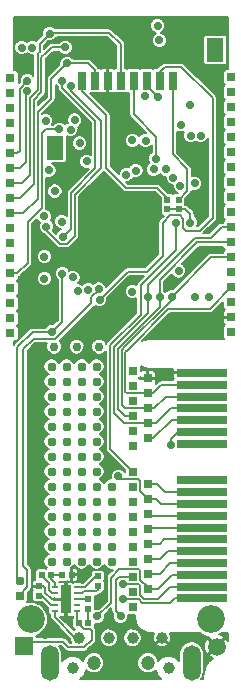
<source format=gbl>
G04 (created by PCBNEW (2013-mar-13)-testing) date Fri 20 Dec 2013 02:45:34 PM CET*
%MOIN*%
G04 Gerber Fmt 3.4, Leading zero omitted, Abs format*
%FSLAX34Y34*%
G01*
G70*
G90*
G04 APERTURE LIST*
%ADD10C,0.003937*%
%ADD11R,0.021300X0.021700*%
%ADD12R,0.057087X0.078740*%
%ADD13R,0.031496X0.059055*%
%ADD14C,0.092000*%
%ADD15R,0.059100X0.059100*%
%ADD16C,0.059100*%
%ADD17R,0.165354X0.027559*%
%ADD18C,0.030000*%
%ADD19R,0.021700X0.021300*%
%ADD20R,0.033071X0.094488*%
%ADD21R,0.019685X0.009843*%
%ADD22C,0.039370*%
%ADD23O,0.059055X0.118110*%
%ADD24C,0.047244*%
%ADD25R,0.031000X0.031000*%
%ADD26C,0.031000*%
%ADD27C,0.028000*%
%ADD28C,0.006000*%
G04 APERTURE END LIST*
G54D10*
G54D11*
X30880Y-24537D03*
X30880Y-24222D03*
X30500Y-24537D03*
X30500Y-24222D03*
G54D12*
X26743Y-22503D03*
X32098Y-19235D03*
G54D13*
X30680Y-20259D03*
X30247Y-20259D03*
X29814Y-20259D03*
X29381Y-20259D03*
X28948Y-20259D03*
X28515Y-20259D03*
X28082Y-20259D03*
X27649Y-20259D03*
G54D14*
X31947Y-38216D03*
X25947Y-38216D03*
G54D15*
X25734Y-39108D03*
G54D16*
X32140Y-39124D03*
G54D17*
X31640Y-30000D03*
X31640Y-30394D03*
X31640Y-30787D03*
X31640Y-31181D03*
X31640Y-31575D03*
X31640Y-31969D03*
X31640Y-32362D03*
X31640Y-37520D03*
X31640Y-37126D03*
X31640Y-36732D03*
X31640Y-36339D03*
X31640Y-35945D03*
X31640Y-35551D03*
X31640Y-35158D03*
X31640Y-34764D03*
X31640Y-34370D03*
X31640Y-33976D03*
X31640Y-33583D03*
G54D18*
X27475Y-29125D03*
X28225Y-29125D03*
X26725Y-29125D03*
G54D11*
X27870Y-37856D03*
X27870Y-37541D03*
G54D19*
X27308Y-36733D03*
X26993Y-36733D03*
G54D11*
X26226Y-37425D03*
X26226Y-37110D03*
G54D19*
X26314Y-36733D03*
X26629Y-36733D03*
G54D11*
X28188Y-36783D03*
X28188Y-37098D03*
G54D19*
X27866Y-38331D03*
X27551Y-38331D03*
G54D20*
X27123Y-37543D03*
G54D21*
X26748Y-37936D03*
X26748Y-37739D03*
X26748Y-37543D03*
X26748Y-37346D03*
X26748Y-37149D03*
X27497Y-37149D03*
X27497Y-37346D03*
X27497Y-37543D03*
X27497Y-37739D03*
X27497Y-37936D03*
G54D22*
X27350Y-39850D03*
X30540Y-39850D03*
G54D23*
X31309Y-39659D03*
X26584Y-39659D03*
G54D24*
X28041Y-39659D03*
X29852Y-39659D03*
G54D22*
X27569Y-38832D03*
X28553Y-38832D03*
X29340Y-38832D03*
X30324Y-38832D03*
G54D25*
X29350Y-33290D03*
X29350Y-37790D03*
X29350Y-37290D03*
X29350Y-36790D03*
X29350Y-36290D03*
X29350Y-35790D03*
X29350Y-35290D03*
X29350Y-34790D03*
X29350Y-34290D03*
X29350Y-33790D03*
X29850Y-37198D03*
X29850Y-36698D03*
X29850Y-36198D03*
X29850Y-35698D03*
X29850Y-35198D03*
X29850Y-34698D03*
X29850Y-34198D03*
X29850Y-33698D03*
G54D26*
X26642Y-34787D03*
X27142Y-34787D03*
X27642Y-34787D03*
X28142Y-34787D03*
X28642Y-34787D03*
X27642Y-35287D03*
X28142Y-35287D03*
X28642Y-35287D03*
X27142Y-35287D03*
X26642Y-35287D03*
X26642Y-34287D03*
X27142Y-34287D03*
X27642Y-34287D03*
X28142Y-34287D03*
X28642Y-34287D03*
X26642Y-33787D03*
X27142Y-33787D03*
X27642Y-33787D03*
X28142Y-33787D03*
X28642Y-33787D03*
X26642Y-35787D03*
X26642Y-36287D03*
X27142Y-36287D03*
X27142Y-35787D03*
X27642Y-35787D03*
X27642Y-36287D03*
X28142Y-35787D03*
X28142Y-36287D03*
X28642Y-35787D03*
X28642Y-36287D03*
X26642Y-33287D03*
X27142Y-33287D03*
X27642Y-33287D03*
X28142Y-33287D03*
X28142Y-32787D03*
X27642Y-32787D03*
X27142Y-32787D03*
X26642Y-32787D03*
X26642Y-32287D03*
X27142Y-32287D03*
X27642Y-32287D03*
X28142Y-32287D03*
X28142Y-31787D03*
X27642Y-31787D03*
X27142Y-31787D03*
X26642Y-31787D03*
X26642Y-31287D03*
X27142Y-31287D03*
X27642Y-31287D03*
X28142Y-31287D03*
X28142Y-30787D03*
X27642Y-30787D03*
X27142Y-30787D03*
X26642Y-30787D03*
X26642Y-30287D03*
X27142Y-30287D03*
X27642Y-30287D03*
X27642Y-29787D03*
X27142Y-29787D03*
X26642Y-29787D03*
X28142Y-29787D03*
X28142Y-30287D03*
X25578Y-36925D03*
G54D25*
X25578Y-37425D03*
X25270Y-24180D03*
X25270Y-23680D03*
X25270Y-23180D03*
X25270Y-22680D03*
X25270Y-22180D03*
X25270Y-21680D03*
X25270Y-21180D03*
X25270Y-20680D03*
X25270Y-20180D03*
X25270Y-28680D03*
X25270Y-28180D03*
X25270Y-27680D03*
X25270Y-27180D03*
X25270Y-26680D03*
X25270Y-26180D03*
X25270Y-25680D03*
X25270Y-25180D03*
X25270Y-24680D03*
X32631Y-24152D03*
X32631Y-23652D03*
X32631Y-23152D03*
X32631Y-22652D03*
X32631Y-22152D03*
X32631Y-21652D03*
X32631Y-21152D03*
X32631Y-20652D03*
X32631Y-20152D03*
X32631Y-28652D03*
X32631Y-28152D03*
X32631Y-27652D03*
X32631Y-27152D03*
X32631Y-26652D03*
X32631Y-26152D03*
X32631Y-25652D03*
X32631Y-25152D03*
X32631Y-24652D03*
X29350Y-29930D03*
X29350Y-30430D03*
X29350Y-30930D03*
X29350Y-31430D03*
X29350Y-31930D03*
X29350Y-32430D03*
X29850Y-30180D03*
X29850Y-30680D03*
X29850Y-31180D03*
X29850Y-31680D03*
X29850Y-32180D03*
G54D27*
X31895Y-27465D03*
X30612Y-32398D03*
X30803Y-24990D03*
X27579Y-22341D03*
X26440Y-21600D03*
X29753Y-20768D03*
X30453Y-23220D03*
X26005Y-19160D03*
X31251Y-21060D03*
X30702Y-23492D03*
X32338Y-18434D03*
X26178Y-18585D03*
X26710Y-18363D03*
X28541Y-33212D03*
X27850Y-29125D03*
X26414Y-38722D03*
X27090Y-39370D03*
X27705Y-36773D03*
X27471Y-28617D03*
X31513Y-22799D03*
X27100Y-29125D03*
X26403Y-26478D03*
X26550Y-19705D03*
X30800Y-19500D03*
X31250Y-19680D03*
X31700Y-19900D03*
X27411Y-23373D03*
X32147Y-28574D03*
X31501Y-26208D03*
X28979Y-28105D03*
X25486Y-19576D03*
X28427Y-18912D03*
X31521Y-24413D03*
X28900Y-25800D03*
X28000Y-24800D03*
X29800Y-24800D03*
X28890Y-26300D03*
X29800Y-25800D03*
X28000Y-25800D03*
X27998Y-24334D03*
X29796Y-24332D03*
X28000Y-26300D03*
X29800Y-26300D03*
X29800Y-25300D03*
X28000Y-25300D03*
X28900Y-24800D03*
X28900Y-24332D03*
X28890Y-25321D03*
X29015Y-37540D03*
X29017Y-37040D03*
X30640Y-27475D03*
X30240Y-27475D03*
X29855Y-27475D03*
X26905Y-21880D03*
X26402Y-24784D03*
X26554Y-23252D03*
X25818Y-20610D03*
X27285Y-21895D03*
X26985Y-24960D03*
X25832Y-20264D03*
X27413Y-21575D03*
X27161Y-19682D03*
X30188Y-20820D03*
X27095Y-19143D03*
X27354Y-26813D03*
X30051Y-23213D03*
X26995Y-20255D03*
X27030Y-25455D03*
X27288Y-20444D03*
X26472Y-25128D03*
X26578Y-18694D03*
X31425Y-27475D03*
X31273Y-22094D03*
X30234Y-18914D03*
X31407Y-23685D03*
X28868Y-33451D03*
X30182Y-18432D03*
X30940Y-21730D03*
X30929Y-23758D03*
X28242Y-27564D03*
X28166Y-38112D03*
X27860Y-27230D03*
X26397Y-26121D03*
X27512Y-27272D03*
X26398Y-26865D03*
X28950Y-38114D03*
X26652Y-28635D03*
X26754Y-23940D03*
X31614Y-22093D03*
X30884Y-26601D03*
X26999Y-26697D03*
X31271Y-24991D03*
X25656Y-19161D03*
X29334Y-27288D03*
X30120Y-22857D03*
X27819Y-22953D03*
X28221Y-27205D03*
X29777Y-22254D03*
X29456Y-23261D03*
X29338Y-22244D03*
X29128Y-23390D03*
G54D28*
X31640Y-31969D02*
X30858Y-31969D01*
X30612Y-32216D02*
X30612Y-32398D01*
X30858Y-31969D02*
X30612Y-32216D01*
X28600Y-29267D02*
X28600Y-29086D01*
X28600Y-29086D02*
X29610Y-28076D01*
X28600Y-32540D02*
X28850Y-32790D01*
X28600Y-29267D02*
X28600Y-32540D01*
X29610Y-28076D02*
X29610Y-27126D01*
X30803Y-24990D02*
X30803Y-25893D01*
X29610Y-27086D02*
X29610Y-27126D01*
X30803Y-25893D02*
X29610Y-27086D01*
X28850Y-32790D02*
X29350Y-33290D01*
X31640Y-34764D02*
X29916Y-34764D01*
X29916Y-34764D02*
X29850Y-34698D01*
X29850Y-32180D02*
X30036Y-32180D01*
X30640Y-31575D02*
X31640Y-31575D01*
X30036Y-32180D02*
X30640Y-31575D01*
X30800Y-19500D02*
X30800Y-19259D01*
X31625Y-18434D02*
X32338Y-18434D01*
X30800Y-19259D02*
X31625Y-18434D01*
X26178Y-18585D02*
X26178Y-18515D01*
X26330Y-18363D02*
X26710Y-18363D01*
X26178Y-18515D02*
X26330Y-18363D01*
X26748Y-37543D02*
X26651Y-37543D01*
X26372Y-37110D02*
X26226Y-37110D01*
X26430Y-37168D02*
X26372Y-37110D01*
X26430Y-37322D02*
X26430Y-37168D01*
X26651Y-37543D02*
X26430Y-37322D01*
X26286Y-37123D02*
X26226Y-37123D01*
X27471Y-28646D02*
X27471Y-28617D01*
X27471Y-28646D02*
X27850Y-29025D01*
X27850Y-29025D02*
X27850Y-29125D01*
X27308Y-36733D02*
X27665Y-36733D01*
X27665Y-36733D02*
X27705Y-36773D01*
X26748Y-37543D02*
X27123Y-37543D01*
X27471Y-28617D02*
X27471Y-28629D01*
X27100Y-29000D02*
X27100Y-29125D01*
X27471Y-28629D02*
X27100Y-29000D01*
X29850Y-30180D02*
X30076Y-30180D01*
X30255Y-30000D02*
X31640Y-30000D01*
X30076Y-30180D02*
X30255Y-30000D01*
X28182Y-19413D02*
X28182Y-19157D01*
X28182Y-19157D02*
X28427Y-18912D01*
X26550Y-19705D02*
X26550Y-19685D01*
X26550Y-19685D02*
X26822Y-19413D01*
X26822Y-19413D02*
X28182Y-19413D01*
X28182Y-19413D02*
X28515Y-19746D01*
X28515Y-19746D02*
X28515Y-20259D01*
X28000Y-25800D02*
X28900Y-25800D01*
X28900Y-25800D02*
X29800Y-25800D01*
X28890Y-26300D02*
X28900Y-26300D01*
X28000Y-26300D02*
X28900Y-26300D01*
X28900Y-26300D02*
X29800Y-26300D01*
X28900Y-24800D02*
X29800Y-24800D01*
X28000Y-24800D02*
X28900Y-24800D01*
X28000Y-25300D02*
X28000Y-25800D01*
X28000Y-25800D02*
X28000Y-26300D01*
X28900Y-24332D02*
X27998Y-24334D01*
X27998Y-24334D02*
X28000Y-24800D01*
X28000Y-24800D02*
X28000Y-25300D01*
X28900Y-24332D02*
X29796Y-24332D01*
X29796Y-24332D02*
X29800Y-24800D01*
X29800Y-24800D02*
X29800Y-25300D01*
X28890Y-25321D02*
X28021Y-25321D01*
X28021Y-25321D02*
X28000Y-25300D01*
X29800Y-25300D02*
X28911Y-25300D01*
X28911Y-25300D02*
X28890Y-25321D01*
X29800Y-25300D02*
X29800Y-25800D01*
X29800Y-25800D02*
X29800Y-26300D01*
X28890Y-25321D02*
X28890Y-24809D01*
X28890Y-24809D02*
X28900Y-24800D01*
X28890Y-25321D02*
X28890Y-24341D01*
X28890Y-24341D02*
X28900Y-24332D01*
X28890Y-25321D02*
X28891Y-25321D01*
X31640Y-37520D02*
X30741Y-37520D01*
X30741Y-37520D02*
X30602Y-37660D01*
X30602Y-37660D02*
X29662Y-37660D01*
X29662Y-37660D02*
X29542Y-37540D01*
X29542Y-37540D02*
X29015Y-37540D01*
X30581Y-37126D02*
X31640Y-37126D01*
X29017Y-37040D02*
X29542Y-37040D01*
X29542Y-37040D02*
X29600Y-37098D01*
X29600Y-37098D02*
X29600Y-37398D01*
X29600Y-37398D02*
X29724Y-37522D01*
X29724Y-37522D02*
X30186Y-37522D01*
X30186Y-37522D02*
X30581Y-37126D01*
X29102Y-29299D02*
X29176Y-29225D01*
X30527Y-27874D02*
X31909Y-27874D01*
X29176Y-29225D02*
X30527Y-27874D01*
X32631Y-27152D02*
X31909Y-27874D01*
X29154Y-30680D02*
X29102Y-30628D01*
X29102Y-30628D02*
X29102Y-29299D01*
X29158Y-30680D02*
X29850Y-30680D01*
X29158Y-30680D02*
X29154Y-30680D01*
X29850Y-30680D02*
X30008Y-30680D01*
X30293Y-30394D02*
X31640Y-30394D01*
X30008Y-30680D02*
X30293Y-30394D01*
X31640Y-35551D02*
X30396Y-35551D01*
X30250Y-35698D02*
X29850Y-35698D01*
X30396Y-35551D02*
X30250Y-35698D01*
X29156Y-31180D02*
X29084Y-31180D01*
X29850Y-31180D02*
X29156Y-31180D01*
X30640Y-27578D02*
X29103Y-29115D01*
X30640Y-27578D02*
X30640Y-27475D01*
X28980Y-29238D02*
X29103Y-29115D01*
X28980Y-31076D02*
X28980Y-29238D01*
X29084Y-31180D02*
X28980Y-31076D01*
X32631Y-26152D02*
X31963Y-26152D01*
X31963Y-26152D02*
X30640Y-27475D01*
X29850Y-31180D02*
X30064Y-31180D01*
X30456Y-30787D02*
X31640Y-30787D01*
X30064Y-31180D02*
X30456Y-30787D01*
X30240Y-27475D02*
X30240Y-27802D01*
X29092Y-31430D02*
X29350Y-31430D01*
X28855Y-31193D02*
X29092Y-31430D01*
X28855Y-29187D02*
X28855Y-31193D01*
X30240Y-27802D02*
X28855Y-29187D01*
X31485Y-25652D02*
X32631Y-25652D01*
X30240Y-26897D02*
X31485Y-25652D01*
X30240Y-27475D02*
X30240Y-26897D01*
X28730Y-29310D02*
X28730Y-29136D01*
X28730Y-29136D02*
X29855Y-28011D01*
X29124Y-31680D02*
X29071Y-31680D01*
X29850Y-31680D02*
X29124Y-31680D01*
X29855Y-28011D02*
X29855Y-27475D01*
X28730Y-31339D02*
X28730Y-29310D01*
X29071Y-31680D02*
X28730Y-31339D01*
X31439Y-25494D02*
X31418Y-25494D01*
X32308Y-25152D02*
X31966Y-25494D01*
X31966Y-25494D02*
X31439Y-25494D01*
X32631Y-25152D02*
X32308Y-25152D01*
X31418Y-25494D02*
X31308Y-25604D01*
X29855Y-27057D02*
X31308Y-25604D01*
X29855Y-27057D02*
X29855Y-27475D01*
X29850Y-31680D02*
X30114Y-31680D01*
X30612Y-31181D02*
X31640Y-31181D01*
X30114Y-31680D02*
X30612Y-31181D01*
X25500Y-26680D02*
X25270Y-26680D01*
X26313Y-22472D02*
X26313Y-22009D01*
X26313Y-22009D02*
X26442Y-21880D01*
X26442Y-21880D02*
X26905Y-21880D01*
X26313Y-24507D02*
X26313Y-22472D01*
X25845Y-26335D02*
X25500Y-26680D01*
X25845Y-24975D02*
X25845Y-26335D01*
X26313Y-24507D02*
X25845Y-24975D01*
X31640Y-35945D02*
X30508Y-35945D01*
X30256Y-36198D02*
X29850Y-36198D01*
X30508Y-35945D02*
X30256Y-36198D01*
X25598Y-23180D02*
X25270Y-23180D01*
X25794Y-22984D02*
X25598Y-23180D01*
X25794Y-20634D02*
X25794Y-22984D01*
X25818Y-20610D02*
X25794Y-20634D01*
X25497Y-22680D02*
X25270Y-22680D01*
X25574Y-22603D02*
X25497Y-22680D01*
X25574Y-20522D02*
X25574Y-22603D01*
X25832Y-20264D02*
X25574Y-20522D01*
X27161Y-19682D02*
X27844Y-19682D01*
X27844Y-19682D02*
X28082Y-19920D01*
X28082Y-19920D02*
X28082Y-20259D01*
X26630Y-20213D02*
X26630Y-20214D01*
X27161Y-19682D02*
X26630Y-20213D01*
X26630Y-20214D02*
X26630Y-20860D01*
X25700Y-24680D02*
X25270Y-24680D01*
X26190Y-24190D02*
X25700Y-24680D01*
X26190Y-21300D02*
X26190Y-24190D01*
X26630Y-20860D02*
X26190Y-21300D01*
X31640Y-36339D02*
X30600Y-36339D01*
X30242Y-36698D02*
X29850Y-36698D01*
X30600Y-36339D02*
X30242Y-36698D01*
X30188Y-20820D02*
X29814Y-20446D01*
X29814Y-20446D02*
X29814Y-20259D01*
X26306Y-20644D02*
X26306Y-19482D01*
X26306Y-19482D02*
X26455Y-19333D01*
X25595Y-24180D02*
X25270Y-24180D01*
X26056Y-23719D02*
X25595Y-24180D01*
X26056Y-20894D02*
X26056Y-23719D01*
X26306Y-20644D02*
X26056Y-20894D01*
X26645Y-19143D02*
X26455Y-19333D01*
X27095Y-19143D02*
X26645Y-19143D01*
X26748Y-37346D02*
X26666Y-37346D01*
X26314Y-36770D02*
X26314Y-36733D01*
X26555Y-37011D02*
X26314Y-36770D01*
X26555Y-37235D02*
X26555Y-37011D01*
X26666Y-37346D02*
X26555Y-37235D01*
X26314Y-36766D02*
X26314Y-36733D01*
X27870Y-37856D02*
X27870Y-38327D01*
X27870Y-38327D02*
X27866Y-38331D01*
X27497Y-37543D02*
X27868Y-37543D01*
X27868Y-37543D02*
X27870Y-37541D01*
X27497Y-37346D02*
X27668Y-37346D01*
X28188Y-37231D02*
X28188Y-37098D01*
X28139Y-37280D02*
X28188Y-37231D01*
X27735Y-37280D02*
X28139Y-37280D01*
X27668Y-37346D02*
X27735Y-37280D01*
X27497Y-37149D02*
X27744Y-37149D01*
X28110Y-36783D02*
X28188Y-36783D01*
X27744Y-37149D02*
X28110Y-36783D01*
X26629Y-36733D02*
X26993Y-36733D01*
X26748Y-37149D02*
X26748Y-36990D01*
X26629Y-36871D02*
X26629Y-36733D01*
X26748Y-36990D02*
X26629Y-36871D01*
X27203Y-39146D02*
X27727Y-39146D01*
X27981Y-38893D02*
X27981Y-38602D01*
X27727Y-39146D02*
X27981Y-38893D01*
X27551Y-38331D02*
X27551Y-38373D01*
X27551Y-38373D02*
X27711Y-38533D01*
X27711Y-38533D02*
X27912Y-38533D01*
X27912Y-38533D02*
X27981Y-38602D01*
X25887Y-38955D02*
X25734Y-39108D01*
X27012Y-38955D02*
X25887Y-38955D01*
X27203Y-39146D02*
X27012Y-38955D01*
X27497Y-37936D02*
X27497Y-38276D01*
X27497Y-38276D02*
X27551Y-38331D01*
X26226Y-37438D02*
X26321Y-37438D01*
X26622Y-37739D02*
X26748Y-37739D01*
X26321Y-37438D02*
X26622Y-37739D01*
X30500Y-24222D02*
X30500Y-24186D01*
X30500Y-24186D02*
X30155Y-23841D01*
X30155Y-23841D02*
X29128Y-23841D01*
X29128Y-23841D02*
X28463Y-23176D01*
X28463Y-23176D02*
X28463Y-21402D01*
X28463Y-21402D02*
X27649Y-20588D01*
X27649Y-20588D02*
X27649Y-20259D01*
X30880Y-24222D02*
X30885Y-24222D01*
X30885Y-24222D02*
X31168Y-23940D01*
X31168Y-23940D02*
X31168Y-23202D01*
X31168Y-23202D02*
X30680Y-22714D01*
X30680Y-22714D02*
X30680Y-20259D01*
X29850Y-33698D02*
X30156Y-33698D01*
X30156Y-33698D02*
X30434Y-33976D01*
X30434Y-33976D02*
X31640Y-33976D01*
X26995Y-20255D02*
X26995Y-20493D01*
X26995Y-20493D02*
X28105Y-21603D01*
X27030Y-25455D02*
X27285Y-25200D01*
X28105Y-23180D02*
X28105Y-21603D01*
X27285Y-24000D02*
X28105Y-23180D01*
X27285Y-25200D02*
X27285Y-24000D01*
X27288Y-20444D02*
X27288Y-20606D01*
X27288Y-20606D02*
X28280Y-21598D01*
X28280Y-21674D02*
X28280Y-21598D01*
X27410Y-24055D02*
X27410Y-25435D01*
X28280Y-23185D02*
X27410Y-24055D01*
X28280Y-21674D02*
X28280Y-23185D01*
X27140Y-25705D02*
X26940Y-25705D01*
X27410Y-25435D02*
X27140Y-25705D01*
X26934Y-25705D02*
X26940Y-25705D01*
X26472Y-25243D02*
X26934Y-25705D01*
X26472Y-25128D02*
X26472Y-25243D01*
X25920Y-20839D02*
X25924Y-20839D01*
X26183Y-20580D02*
X26183Y-19348D01*
X25924Y-20839D02*
X26183Y-20580D01*
X25920Y-23420D02*
X25920Y-20839D01*
X25270Y-23680D02*
X25660Y-23680D01*
X25660Y-23680D02*
X25920Y-23420D01*
X28948Y-19606D02*
X28948Y-19048D01*
X28948Y-19048D02*
X28557Y-18657D01*
X28557Y-18657D02*
X26615Y-18657D01*
X26615Y-18657D02*
X26578Y-18694D01*
X28948Y-19606D02*
X28948Y-20259D01*
X26240Y-19032D02*
X26240Y-19291D01*
X26240Y-19291D02*
X26183Y-19348D01*
X26578Y-18694D02*
X26240Y-19032D01*
X29850Y-34198D02*
X29600Y-33948D01*
X29600Y-33602D02*
X29600Y-33948D01*
X29536Y-33538D02*
X29600Y-33602D01*
X29488Y-33538D02*
X29536Y-33538D01*
X28955Y-33538D02*
X29488Y-33538D01*
X28868Y-33451D02*
X28955Y-33538D01*
X29850Y-34198D02*
X30120Y-34198D01*
X30292Y-34370D02*
X31640Y-34370D01*
X30120Y-34198D02*
X30292Y-34370D01*
X29426Y-26631D02*
X29175Y-26631D01*
X29175Y-26631D02*
X28242Y-27564D01*
X29426Y-26631D02*
X29818Y-26631D01*
X29818Y-26631D02*
X30342Y-26107D01*
X30342Y-26107D02*
X30342Y-25008D01*
X30342Y-25008D02*
X30600Y-24750D01*
X30600Y-24750D02*
X30922Y-24750D01*
X30922Y-24750D02*
X31037Y-24865D01*
X31037Y-24865D02*
X31037Y-25178D01*
X31037Y-25178D02*
X31113Y-25254D01*
X31113Y-25254D02*
X31596Y-25254D01*
X31596Y-25254D02*
X32009Y-24841D01*
X32009Y-24841D02*
X32009Y-20849D01*
X32009Y-20849D02*
X30970Y-19810D01*
X30970Y-19810D02*
X30412Y-19810D01*
X30412Y-19810D02*
X30247Y-19974D01*
X30247Y-20259D02*
X30247Y-19974D01*
X29850Y-37147D02*
X29850Y-37198D01*
X29600Y-36897D02*
X29850Y-37147D01*
X29600Y-36600D02*
X29600Y-36897D01*
X29540Y-36540D02*
X29600Y-36600D01*
X28905Y-36540D02*
X29540Y-36540D01*
X28623Y-36822D02*
X28905Y-36540D01*
X28623Y-37655D02*
X28623Y-36822D01*
X28166Y-38112D02*
X28623Y-37655D01*
X31640Y-36732D02*
X30663Y-36732D01*
X30663Y-36732D02*
X30198Y-37198D01*
X30198Y-37198D02*
X29850Y-37198D01*
X29350Y-36790D02*
X28901Y-36790D01*
X28776Y-37940D02*
X28950Y-38114D01*
X28776Y-36915D02*
X28776Y-37940D01*
X28901Y-36790D02*
X28776Y-36915D01*
X26748Y-37936D02*
X26748Y-38145D01*
X27435Y-38832D02*
X27569Y-38832D01*
X26748Y-38145D02*
X27435Y-38832D01*
X25501Y-36672D02*
X25501Y-36848D01*
X25501Y-36848D02*
X25578Y-36925D01*
X26007Y-28635D02*
X25501Y-29141D01*
X25501Y-29141D02*
X25501Y-36190D01*
X26007Y-28635D02*
X26652Y-28635D01*
X25501Y-36190D02*
X25501Y-36451D01*
X25501Y-36684D02*
X25501Y-36672D01*
X25501Y-36672D02*
X25501Y-36451D01*
X26999Y-28288D02*
X26999Y-26697D01*
X26652Y-28635D02*
X26999Y-28288D01*
X31271Y-24991D02*
X31271Y-24715D01*
X31271Y-24715D02*
X31093Y-24537D01*
X31093Y-24537D02*
X30880Y-24537D01*
X30500Y-24537D02*
X30880Y-24537D01*
X30120Y-22857D02*
X30120Y-22125D01*
X30120Y-22125D02*
X29381Y-21386D01*
X29381Y-21386D02*
X29381Y-20259D01*
X25578Y-37425D02*
X25578Y-37397D01*
X25839Y-36573D02*
X25704Y-36438D01*
X25839Y-37136D02*
X25839Y-36573D01*
X25578Y-37397D02*
X25839Y-37136D01*
X25704Y-36334D02*
X25704Y-36438D01*
X25704Y-36169D02*
X25704Y-36334D01*
X28221Y-27228D02*
X27972Y-27477D01*
X27972Y-27477D02*
X27972Y-27666D01*
X27972Y-27666D02*
X26767Y-28871D01*
X26767Y-28871D02*
X26044Y-28871D01*
X26044Y-28871D02*
X25704Y-29211D01*
X25704Y-29211D02*
X25704Y-36169D01*
X28221Y-27205D02*
X28221Y-27228D01*
X31640Y-35158D02*
X29889Y-35158D01*
X29889Y-35158D02*
X29850Y-35198D01*
G54D10*
G36*
X27960Y-22735D02*
X27869Y-22698D01*
X27834Y-22698D01*
X27834Y-22290D01*
X27795Y-22196D01*
X27723Y-22124D01*
X27629Y-22086D01*
X27528Y-22085D01*
X27434Y-22124D01*
X27362Y-22196D01*
X27324Y-22290D01*
X27323Y-22391D01*
X27362Y-22485D01*
X27434Y-22557D01*
X27528Y-22595D01*
X27629Y-22596D01*
X27723Y-22557D01*
X27795Y-22485D01*
X27833Y-22391D01*
X27834Y-22290D01*
X27834Y-22698D01*
X27768Y-22697D01*
X27674Y-22736D01*
X27602Y-22808D01*
X27564Y-22902D01*
X27563Y-23003D01*
X27602Y-23097D01*
X27674Y-23169D01*
X27768Y-23207D01*
X27869Y-23208D01*
X27873Y-23206D01*
X27182Y-23897D01*
X27151Y-23944D01*
X27149Y-23953D01*
X27140Y-24000D01*
X27140Y-24754D01*
X27129Y-24743D01*
X27035Y-24705D01*
X27009Y-24705D01*
X27009Y-23889D01*
X26970Y-23795D01*
X26898Y-23723D01*
X26804Y-23685D01*
X26703Y-23684D01*
X26609Y-23723D01*
X26537Y-23795D01*
X26499Y-23889D01*
X26498Y-23990D01*
X26537Y-24084D01*
X26609Y-24156D01*
X26703Y-24194D01*
X26804Y-24195D01*
X26898Y-24156D01*
X26970Y-24084D01*
X27008Y-23990D01*
X27009Y-23889D01*
X27009Y-24705D01*
X26934Y-24704D01*
X26840Y-24743D01*
X26768Y-24815D01*
X26730Y-24909D01*
X26729Y-25010D01*
X26768Y-25104D01*
X26840Y-25176D01*
X26934Y-25214D01*
X26943Y-25214D01*
X26885Y-25238D01*
X26813Y-25310D01*
X26793Y-25359D01*
X26693Y-25259D01*
X26726Y-25178D01*
X26727Y-25077D01*
X26688Y-24983D01*
X26622Y-24917D01*
X26656Y-24834D01*
X26657Y-24733D01*
X26618Y-24639D01*
X26546Y-24567D01*
X26453Y-24529D01*
X26457Y-24507D01*
X26458Y-24507D01*
X26458Y-23488D01*
X26503Y-23506D01*
X26604Y-23507D01*
X26698Y-23468D01*
X26770Y-23396D01*
X26808Y-23302D01*
X26809Y-23201D01*
X26770Y-23107D01*
X26698Y-23035D01*
X26640Y-23011D01*
X27052Y-23011D01*
X27094Y-22994D01*
X27126Y-22961D01*
X27144Y-22919D01*
X27144Y-22873D01*
X27144Y-22112D01*
X27234Y-22149D01*
X27335Y-22150D01*
X27429Y-22111D01*
X27501Y-22039D01*
X27539Y-21945D01*
X27540Y-21844D01*
X27523Y-21805D01*
X27557Y-21791D01*
X27629Y-21719D01*
X27667Y-21625D01*
X27668Y-21524D01*
X27629Y-21430D01*
X27557Y-21358D01*
X27463Y-21320D01*
X27362Y-21319D01*
X27268Y-21358D01*
X27196Y-21430D01*
X27158Y-21524D01*
X27157Y-21625D01*
X27174Y-21664D01*
X27140Y-21678D01*
X27102Y-21716D01*
X27049Y-21663D01*
X26955Y-21625D01*
X26854Y-21624D01*
X26760Y-21663D01*
X26689Y-21735D01*
X26660Y-21735D01*
X26694Y-21650D01*
X26695Y-21549D01*
X26656Y-21455D01*
X26584Y-21383D01*
X26490Y-21345D01*
X26389Y-21344D01*
X26335Y-21367D01*
X26335Y-21360D01*
X26732Y-20962D01*
X26763Y-20915D01*
X26763Y-20915D01*
X26765Y-20906D01*
X26774Y-20860D01*
X26775Y-20860D01*
X26775Y-20390D01*
X26778Y-20399D01*
X26850Y-20470D01*
X26850Y-20493D01*
X26859Y-20539D01*
X26861Y-20548D01*
X26892Y-20595D01*
X27960Y-21663D01*
X27960Y-22735D01*
X27960Y-22735D01*
G37*
G54D28*
X27960Y-22735D02*
X27869Y-22698D01*
X27834Y-22698D01*
X27834Y-22290D01*
X27795Y-22196D01*
X27723Y-22124D01*
X27629Y-22086D01*
X27528Y-22085D01*
X27434Y-22124D01*
X27362Y-22196D01*
X27324Y-22290D01*
X27323Y-22391D01*
X27362Y-22485D01*
X27434Y-22557D01*
X27528Y-22595D01*
X27629Y-22596D01*
X27723Y-22557D01*
X27795Y-22485D01*
X27833Y-22391D01*
X27834Y-22290D01*
X27834Y-22698D01*
X27768Y-22697D01*
X27674Y-22736D01*
X27602Y-22808D01*
X27564Y-22902D01*
X27563Y-23003D01*
X27602Y-23097D01*
X27674Y-23169D01*
X27768Y-23207D01*
X27869Y-23208D01*
X27873Y-23206D01*
X27182Y-23897D01*
X27151Y-23944D01*
X27149Y-23953D01*
X27140Y-24000D01*
X27140Y-24754D01*
X27129Y-24743D01*
X27035Y-24705D01*
X27009Y-24705D01*
X27009Y-23889D01*
X26970Y-23795D01*
X26898Y-23723D01*
X26804Y-23685D01*
X26703Y-23684D01*
X26609Y-23723D01*
X26537Y-23795D01*
X26499Y-23889D01*
X26498Y-23990D01*
X26537Y-24084D01*
X26609Y-24156D01*
X26703Y-24194D01*
X26804Y-24195D01*
X26898Y-24156D01*
X26970Y-24084D01*
X27008Y-23990D01*
X27009Y-23889D01*
X27009Y-24705D01*
X26934Y-24704D01*
X26840Y-24743D01*
X26768Y-24815D01*
X26730Y-24909D01*
X26729Y-25010D01*
X26768Y-25104D01*
X26840Y-25176D01*
X26934Y-25214D01*
X26943Y-25214D01*
X26885Y-25238D01*
X26813Y-25310D01*
X26793Y-25359D01*
X26693Y-25259D01*
X26726Y-25178D01*
X26727Y-25077D01*
X26688Y-24983D01*
X26622Y-24917D01*
X26656Y-24834D01*
X26657Y-24733D01*
X26618Y-24639D01*
X26546Y-24567D01*
X26453Y-24529D01*
X26457Y-24507D01*
X26458Y-24507D01*
X26458Y-23488D01*
X26503Y-23506D01*
X26604Y-23507D01*
X26698Y-23468D01*
X26770Y-23396D01*
X26808Y-23302D01*
X26809Y-23201D01*
X26770Y-23107D01*
X26698Y-23035D01*
X26640Y-23011D01*
X27052Y-23011D01*
X27094Y-22994D01*
X27126Y-22961D01*
X27144Y-22919D01*
X27144Y-22873D01*
X27144Y-22112D01*
X27234Y-22149D01*
X27335Y-22150D01*
X27429Y-22111D01*
X27501Y-22039D01*
X27539Y-21945D01*
X27540Y-21844D01*
X27523Y-21805D01*
X27557Y-21791D01*
X27629Y-21719D01*
X27667Y-21625D01*
X27668Y-21524D01*
X27629Y-21430D01*
X27557Y-21358D01*
X27463Y-21320D01*
X27362Y-21319D01*
X27268Y-21358D01*
X27196Y-21430D01*
X27158Y-21524D01*
X27157Y-21625D01*
X27174Y-21664D01*
X27140Y-21678D01*
X27102Y-21716D01*
X27049Y-21663D01*
X26955Y-21625D01*
X26854Y-21624D01*
X26760Y-21663D01*
X26689Y-21735D01*
X26660Y-21735D01*
X26694Y-21650D01*
X26695Y-21549D01*
X26656Y-21455D01*
X26584Y-21383D01*
X26490Y-21345D01*
X26389Y-21344D01*
X26335Y-21367D01*
X26335Y-21360D01*
X26732Y-20962D01*
X26763Y-20915D01*
X26763Y-20915D01*
X26765Y-20906D01*
X26774Y-20860D01*
X26775Y-20860D01*
X26775Y-20390D01*
X26778Y-20399D01*
X26850Y-20470D01*
X26850Y-20493D01*
X26859Y-20539D01*
X26861Y-20548D01*
X26892Y-20595D01*
X27960Y-21663D01*
X27960Y-22735D01*
G54D10*
G36*
X28682Y-36557D02*
X28520Y-36719D01*
X28489Y-36766D01*
X28487Y-36775D01*
X28478Y-36822D01*
X28478Y-37594D01*
X28215Y-37857D01*
X28115Y-37856D01*
X28091Y-37866D01*
X28091Y-37725D01*
X28080Y-37698D01*
X28091Y-37672D01*
X28091Y-37627D01*
X28091Y-37425D01*
X28139Y-37425D01*
X28139Y-37424D01*
X28185Y-37415D01*
X28194Y-37413D01*
X28194Y-37413D01*
X28241Y-37382D01*
X28290Y-37333D01*
X28298Y-37322D01*
X28317Y-37322D01*
X28359Y-37304D01*
X28391Y-37272D01*
X28409Y-37229D01*
X28409Y-37184D01*
X28409Y-36967D01*
X28398Y-36940D01*
X28409Y-36914D01*
X28409Y-36869D01*
X28409Y-36652D01*
X28391Y-36609D01*
X28359Y-36577D01*
X28317Y-36560D01*
X28271Y-36560D01*
X28058Y-36560D01*
X28016Y-36577D01*
X27984Y-36609D01*
X27966Y-36652D01*
X27966Y-36697D01*
X27966Y-36722D01*
X27684Y-37004D01*
X27662Y-37004D01*
X27660Y-37002D01*
X27618Y-36985D01*
X27572Y-36985D01*
X27532Y-36985D01*
X27532Y-36862D01*
X27532Y-36816D01*
X27532Y-36781D01*
X27532Y-36684D01*
X27532Y-36649D01*
X27532Y-36603D01*
X27514Y-36561D01*
X27482Y-36529D01*
X27439Y-36511D01*
X27357Y-36511D01*
X27328Y-36540D01*
X27328Y-36713D01*
X27503Y-36713D01*
X27532Y-36684D01*
X27532Y-36781D01*
X27503Y-36753D01*
X27328Y-36753D01*
X27328Y-36925D01*
X27357Y-36954D01*
X27439Y-36954D01*
X27482Y-36936D01*
X27514Y-36904D01*
X27532Y-36862D01*
X27532Y-36985D01*
X27375Y-36985D01*
X27368Y-36988D01*
X27353Y-36973D01*
X27311Y-36955D01*
X27171Y-36955D01*
X27143Y-36984D01*
X27143Y-37523D01*
X27150Y-37523D01*
X27150Y-37563D01*
X27143Y-37563D01*
X27143Y-38101D01*
X27171Y-38130D01*
X27311Y-38130D01*
X27352Y-38113D01*
X27352Y-38152D01*
X27345Y-38159D01*
X27328Y-38201D01*
X27328Y-38247D01*
X27328Y-38460D01*
X27345Y-38502D01*
X27377Y-38534D01*
X27420Y-38552D01*
X27430Y-38552D01*
X27392Y-38568D01*
X27384Y-38576D01*
X26938Y-38130D01*
X27074Y-38130D01*
X27103Y-38101D01*
X27103Y-37563D01*
X26933Y-37563D01*
X26871Y-37563D01*
X26768Y-37563D01*
X26768Y-37570D01*
X26728Y-37570D01*
X26728Y-37563D01*
X26721Y-37563D01*
X26721Y-37523D01*
X26728Y-37523D01*
X26728Y-37515D01*
X26768Y-37515D01*
X26768Y-37523D01*
X26871Y-37523D01*
X26933Y-37523D01*
X27103Y-37523D01*
X27103Y-36984D01*
X27074Y-36955D01*
X26934Y-36955D01*
X26892Y-36973D01*
X26890Y-36974D01*
X26886Y-36954D01*
X26907Y-36954D01*
X27124Y-36954D01*
X27151Y-36943D01*
X27177Y-36954D01*
X27259Y-36954D01*
X27288Y-36925D01*
X27288Y-36753D01*
X27280Y-36753D01*
X27280Y-36713D01*
X27288Y-36713D01*
X27288Y-36540D01*
X27273Y-36524D01*
X27294Y-36516D01*
X27370Y-36440D01*
X27392Y-36388D01*
X27412Y-36439D01*
X27488Y-36515D01*
X27588Y-36556D01*
X27695Y-36557D01*
X27794Y-36516D01*
X27870Y-36440D01*
X27892Y-36388D01*
X27912Y-36439D01*
X27988Y-36515D01*
X28088Y-36556D01*
X28195Y-36557D01*
X28294Y-36516D01*
X28370Y-36440D01*
X28392Y-36388D01*
X28412Y-36439D01*
X28488Y-36515D01*
X28588Y-36556D01*
X28682Y-36557D01*
X28682Y-36557D01*
G37*
G54D28*
X28682Y-36557D02*
X28520Y-36719D01*
X28489Y-36766D01*
X28487Y-36775D01*
X28478Y-36822D01*
X28478Y-37594D01*
X28215Y-37857D01*
X28115Y-37856D01*
X28091Y-37866D01*
X28091Y-37725D01*
X28080Y-37698D01*
X28091Y-37672D01*
X28091Y-37627D01*
X28091Y-37425D01*
X28139Y-37425D01*
X28139Y-37424D01*
X28185Y-37415D01*
X28194Y-37413D01*
X28194Y-37413D01*
X28241Y-37382D01*
X28290Y-37333D01*
X28298Y-37322D01*
X28317Y-37322D01*
X28359Y-37304D01*
X28391Y-37272D01*
X28409Y-37229D01*
X28409Y-37184D01*
X28409Y-36967D01*
X28398Y-36940D01*
X28409Y-36914D01*
X28409Y-36869D01*
X28409Y-36652D01*
X28391Y-36609D01*
X28359Y-36577D01*
X28317Y-36560D01*
X28271Y-36560D01*
X28058Y-36560D01*
X28016Y-36577D01*
X27984Y-36609D01*
X27966Y-36652D01*
X27966Y-36697D01*
X27966Y-36722D01*
X27684Y-37004D01*
X27662Y-37004D01*
X27660Y-37002D01*
X27618Y-36985D01*
X27572Y-36985D01*
X27532Y-36985D01*
X27532Y-36862D01*
X27532Y-36816D01*
X27532Y-36781D01*
X27532Y-36684D01*
X27532Y-36649D01*
X27532Y-36603D01*
X27514Y-36561D01*
X27482Y-36529D01*
X27439Y-36511D01*
X27357Y-36511D01*
X27328Y-36540D01*
X27328Y-36713D01*
X27503Y-36713D01*
X27532Y-36684D01*
X27532Y-36781D01*
X27503Y-36753D01*
X27328Y-36753D01*
X27328Y-36925D01*
X27357Y-36954D01*
X27439Y-36954D01*
X27482Y-36936D01*
X27514Y-36904D01*
X27532Y-36862D01*
X27532Y-36985D01*
X27375Y-36985D01*
X27368Y-36988D01*
X27353Y-36973D01*
X27311Y-36955D01*
X27171Y-36955D01*
X27143Y-36984D01*
X27143Y-37523D01*
X27150Y-37523D01*
X27150Y-37563D01*
X27143Y-37563D01*
X27143Y-38101D01*
X27171Y-38130D01*
X27311Y-38130D01*
X27352Y-38113D01*
X27352Y-38152D01*
X27345Y-38159D01*
X27328Y-38201D01*
X27328Y-38247D01*
X27328Y-38460D01*
X27345Y-38502D01*
X27377Y-38534D01*
X27420Y-38552D01*
X27430Y-38552D01*
X27392Y-38568D01*
X27384Y-38576D01*
X26938Y-38130D01*
X27074Y-38130D01*
X27103Y-38101D01*
X27103Y-37563D01*
X26933Y-37563D01*
X26871Y-37563D01*
X26768Y-37563D01*
X26768Y-37570D01*
X26728Y-37570D01*
X26728Y-37563D01*
X26721Y-37563D01*
X26721Y-37523D01*
X26728Y-37523D01*
X26728Y-37515D01*
X26768Y-37515D01*
X26768Y-37523D01*
X26871Y-37523D01*
X26933Y-37523D01*
X27103Y-37523D01*
X27103Y-36984D01*
X27074Y-36955D01*
X26934Y-36955D01*
X26892Y-36973D01*
X26890Y-36974D01*
X26886Y-36954D01*
X26907Y-36954D01*
X27124Y-36954D01*
X27151Y-36943D01*
X27177Y-36954D01*
X27259Y-36954D01*
X27288Y-36925D01*
X27288Y-36753D01*
X27280Y-36753D01*
X27280Y-36713D01*
X27288Y-36713D01*
X27288Y-36540D01*
X27273Y-36524D01*
X27294Y-36516D01*
X27370Y-36440D01*
X27392Y-36388D01*
X27412Y-36439D01*
X27488Y-36515D01*
X27588Y-36556D01*
X27695Y-36557D01*
X27794Y-36516D01*
X27870Y-36440D01*
X27892Y-36388D01*
X27912Y-36439D01*
X27988Y-36515D01*
X28088Y-36556D01*
X28195Y-36557D01*
X28294Y-36516D01*
X28370Y-36440D01*
X28392Y-36388D01*
X28412Y-36439D01*
X28488Y-36515D01*
X28588Y-36556D01*
X28682Y-36557D01*
G54D10*
G36*
X29714Y-26776D02*
X29507Y-26983D01*
X29476Y-27030D01*
X29474Y-27039D01*
X29468Y-27067D01*
X29384Y-27033D01*
X29283Y-27032D01*
X29189Y-27071D01*
X29117Y-27143D01*
X29079Y-27237D01*
X29078Y-27338D01*
X29117Y-27432D01*
X29189Y-27504D01*
X29283Y-27542D01*
X29384Y-27543D01*
X29465Y-27509D01*
X29465Y-28015D01*
X28497Y-28983D01*
X28470Y-29024D01*
X28449Y-28975D01*
X28375Y-28900D01*
X28277Y-28860D01*
X28172Y-28859D01*
X28075Y-28900D01*
X28000Y-28974D01*
X27960Y-29072D01*
X27959Y-29177D01*
X28000Y-29274D01*
X28074Y-29349D01*
X28172Y-29389D01*
X28277Y-29390D01*
X28374Y-29349D01*
X28449Y-29275D01*
X28455Y-29262D01*
X28455Y-29267D01*
X28455Y-32540D01*
X28464Y-32586D01*
X28466Y-32595D01*
X28497Y-32642D01*
X28747Y-32892D01*
X28747Y-32892D01*
X29080Y-33225D01*
X29080Y-33302D01*
X29012Y-33234D01*
X28918Y-33196D01*
X28817Y-33195D01*
X28723Y-33234D01*
X28651Y-33306D01*
X28613Y-33400D01*
X28612Y-33501D01*
X28619Y-33516D01*
X28588Y-33516D01*
X28489Y-33557D01*
X28413Y-33633D01*
X28391Y-33685D01*
X28371Y-33634D01*
X28295Y-33558D01*
X28243Y-33536D01*
X28294Y-33516D01*
X28370Y-33440D01*
X28411Y-33340D01*
X28412Y-33233D01*
X28371Y-33134D01*
X28295Y-33058D01*
X28243Y-33036D01*
X28294Y-33016D01*
X28370Y-32940D01*
X28411Y-32840D01*
X28412Y-32733D01*
X28371Y-32634D01*
X28295Y-32558D01*
X28243Y-32536D01*
X28294Y-32516D01*
X28370Y-32440D01*
X28411Y-32340D01*
X28412Y-32233D01*
X28371Y-32134D01*
X28295Y-32058D01*
X28243Y-32036D01*
X28294Y-32016D01*
X28370Y-31940D01*
X28411Y-31840D01*
X28412Y-31733D01*
X28371Y-31634D01*
X28295Y-31558D01*
X28243Y-31536D01*
X28294Y-31516D01*
X28370Y-31440D01*
X28411Y-31340D01*
X28412Y-31233D01*
X28371Y-31134D01*
X28295Y-31058D01*
X28243Y-31036D01*
X28294Y-31016D01*
X28370Y-30940D01*
X28411Y-30840D01*
X28412Y-30733D01*
X28371Y-30634D01*
X28295Y-30558D01*
X28243Y-30536D01*
X28294Y-30516D01*
X28370Y-30440D01*
X28411Y-30340D01*
X28412Y-30233D01*
X28371Y-30134D01*
X28295Y-30058D01*
X28243Y-30036D01*
X28294Y-30016D01*
X28370Y-29940D01*
X28411Y-29840D01*
X28412Y-29733D01*
X28371Y-29634D01*
X28295Y-29558D01*
X28195Y-29517D01*
X28088Y-29516D01*
X27989Y-29557D01*
X27913Y-29633D01*
X27891Y-29685D01*
X27871Y-29634D01*
X27795Y-29558D01*
X27740Y-29535D01*
X27740Y-29072D01*
X27699Y-28975D01*
X27625Y-28900D01*
X27527Y-28860D01*
X27422Y-28859D01*
X27325Y-28900D01*
X27250Y-28974D01*
X27210Y-29072D01*
X27209Y-29177D01*
X27250Y-29274D01*
X27324Y-29349D01*
X27422Y-29389D01*
X27527Y-29390D01*
X27624Y-29349D01*
X27699Y-29275D01*
X27739Y-29177D01*
X27740Y-29072D01*
X27740Y-29535D01*
X27695Y-29517D01*
X27588Y-29516D01*
X27489Y-29557D01*
X27413Y-29633D01*
X27391Y-29685D01*
X27371Y-29634D01*
X27295Y-29558D01*
X27195Y-29517D01*
X27088Y-29516D01*
X26989Y-29557D01*
X26913Y-29633D01*
X26891Y-29685D01*
X26871Y-29634D01*
X26795Y-29558D01*
X26695Y-29517D01*
X26588Y-29516D01*
X26489Y-29557D01*
X26413Y-29633D01*
X26372Y-29733D01*
X26371Y-29840D01*
X26412Y-29939D01*
X26488Y-30015D01*
X26540Y-30037D01*
X26489Y-30057D01*
X26413Y-30133D01*
X26372Y-30233D01*
X26371Y-30340D01*
X26412Y-30439D01*
X26488Y-30515D01*
X26540Y-30537D01*
X26489Y-30557D01*
X26413Y-30633D01*
X26372Y-30733D01*
X26371Y-30840D01*
X26412Y-30939D01*
X26488Y-31015D01*
X26540Y-31037D01*
X26489Y-31057D01*
X26413Y-31133D01*
X26372Y-31233D01*
X26371Y-31340D01*
X26412Y-31439D01*
X26488Y-31515D01*
X26540Y-31537D01*
X26489Y-31557D01*
X26413Y-31633D01*
X26372Y-31733D01*
X26371Y-31840D01*
X26412Y-31939D01*
X26488Y-32015D01*
X26540Y-32037D01*
X26489Y-32057D01*
X26413Y-32133D01*
X26372Y-32233D01*
X26371Y-32340D01*
X26412Y-32439D01*
X26488Y-32515D01*
X26540Y-32537D01*
X26489Y-32557D01*
X26413Y-32633D01*
X26372Y-32733D01*
X26371Y-32840D01*
X26412Y-32939D01*
X26488Y-33015D01*
X26540Y-33037D01*
X26489Y-33057D01*
X26413Y-33133D01*
X26372Y-33233D01*
X26371Y-33340D01*
X26412Y-33439D01*
X26488Y-33515D01*
X26540Y-33537D01*
X26489Y-33557D01*
X26413Y-33633D01*
X26372Y-33733D01*
X26371Y-33840D01*
X26412Y-33939D01*
X26488Y-34015D01*
X26540Y-34037D01*
X26489Y-34057D01*
X26413Y-34133D01*
X26372Y-34233D01*
X26371Y-34340D01*
X26412Y-34439D01*
X26488Y-34515D01*
X26540Y-34537D01*
X26489Y-34557D01*
X26413Y-34633D01*
X26372Y-34733D01*
X26371Y-34840D01*
X26412Y-34939D01*
X26488Y-35015D01*
X26540Y-35037D01*
X26489Y-35057D01*
X26413Y-35133D01*
X26372Y-35233D01*
X26371Y-35340D01*
X26412Y-35439D01*
X26488Y-35515D01*
X26540Y-35537D01*
X26489Y-35557D01*
X26413Y-35633D01*
X26372Y-35733D01*
X26371Y-35840D01*
X26412Y-35939D01*
X26488Y-36015D01*
X26540Y-36037D01*
X26489Y-36057D01*
X26413Y-36133D01*
X26372Y-36233D01*
X26371Y-36340D01*
X26412Y-36439D01*
X26488Y-36515D01*
X26471Y-36522D01*
X26445Y-36511D01*
X26400Y-36511D01*
X26183Y-36511D01*
X26140Y-36529D01*
X26108Y-36561D01*
X26091Y-36603D01*
X26091Y-36649D01*
X26091Y-36862D01*
X26101Y-36887D01*
X26096Y-36887D01*
X26054Y-36904D01*
X26022Y-36936D01*
X26004Y-36979D01*
X26004Y-37061D01*
X26033Y-37090D01*
X26206Y-37090D01*
X26206Y-37082D01*
X26246Y-37082D01*
X26246Y-37090D01*
X26253Y-37090D01*
X26253Y-37130D01*
X26246Y-37130D01*
X26246Y-37138D01*
X26206Y-37138D01*
X26206Y-37130D01*
X26033Y-37130D01*
X26004Y-37159D01*
X26004Y-37241D01*
X26015Y-37268D01*
X26004Y-37294D01*
X26004Y-37339D01*
X26004Y-37556D01*
X26022Y-37599D01*
X26054Y-37631D01*
X26096Y-37649D01*
X26142Y-37649D01*
X26326Y-37649D01*
X26520Y-37842D01*
X26520Y-37842D01*
X26539Y-37855D01*
X26535Y-37864D01*
X26535Y-37910D01*
X26535Y-38008D01*
X26553Y-38051D01*
X26585Y-38083D01*
X26603Y-38091D01*
X26603Y-38145D01*
X26613Y-38192D01*
X26615Y-38201D01*
X26646Y-38248D01*
X27257Y-38859D01*
X27257Y-38894D01*
X27301Y-39001D01*
X27263Y-39001D01*
X27114Y-38852D01*
X27067Y-38821D01*
X27058Y-38819D01*
X27012Y-38810D01*
X26144Y-38810D01*
X26144Y-38789D01*
X26132Y-38761D01*
X26272Y-38703D01*
X26434Y-38542D01*
X26521Y-38330D01*
X26522Y-38102D01*
X26434Y-37890D01*
X26273Y-37728D01*
X26061Y-37641D01*
X25833Y-37640D01*
X25832Y-37641D01*
X25848Y-37602D01*
X25848Y-37557D01*
X25848Y-37332D01*
X25941Y-37238D01*
X25941Y-37238D01*
X25972Y-37191D01*
X25984Y-37136D01*
X25984Y-36573D01*
X25972Y-36517D01*
X25972Y-36517D01*
X25941Y-36470D01*
X25849Y-36377D01*
X25849Y-36334D01*
X25849Y-36169D01*
X25849Y-29271D01*
X26104Y-29016D01*
X26483Y-29016D01*
X26460Y-29072D01*
X26459Y-29177D01*
X26500Y-29274D01*
X26574Y-29349D01*
X26672Y-29389D01*
X26777Y-29390D01*
X26874Y-29349D01*
X26949Y-29275D01*
X26989Y-29177D01*
X26990Y-29072D01*
X26949Y-28975D01*
X26908Y-28934D01*
X28074Y-27768D01*
X28074Y-27768D01*
X28079Y-27761D01*
X28097Y-27780D01*
X28191Y-27818D01*
X28292Y-27819D01*
X28386Y-27780D01*
X28458Y-27708D01*
X28496Y-27614D01*
X28497Y-27514D01*
X29235Y-26776D01*
X29426Y-26776D01*
X29714Y-26776D01*
X29714Y-26776D01*
G37*
G54D28*
X29714Y-26776D02*
X29507Y-26983D01*
X29476Y-27030D01*
X29474Y-27039D01*
X29468Y-27067D01*
X29384Y-27033D01*
X29283Y-27032D01*
X29189Y-27071D01*
X29117Y-27143D01*
X29079Y-27237D01*
X29078Y-27338D01*
X29117Y-27432D01*
X29189Y-27504D01*
X29283Y-27542D01*
X29384Y-27543D01*
X29465Y-27509D01*
X29465Y-28015D01*
X28497Y-28983D01*
X28470Y-29024D01*
X28449Y-28975D01*
X28375Y-28900D01*
X28277Y-28860D01*
X28172Y-28859D01*
X28075Y-28900D01*
X28000Y-28974D01*
X27960Y-29072D01*
X27959Y-29177D01*
X28000Y-29274D01*
X28074Y-29349D01*
X28172Y-29389D01*
X28277Y-29390D01*
X28374Y-29349D01*
X28449Y-29275D01*
X28455Y-29262D01*
X28455Y-29267D01*
X28455Y-32540D01*
X28464Y-32586D01*
X28466Y-32595D01*
X28497Y-32642D01*
X28747Y-32892D01*
X28747Y-32892D01*
X29080Y-33225D01*
X29080Y-33302D01*
X29012Y-33234D01*
X28918Y-33196D01*
X28817Y-33195D01*
X28723Y-33234D01*
X28651Y-33306D01*
X28613Y-33400D01*
X28612Y-33501D01*
X28619Y-33516D01*
X28588Y-33516D01*
X28489Y-33557D01*
X28413Y-33633D01*
X28391Y-33685D01*
X28371Y-33634D01*
X28295Y-33558D01*
X28243Y-33536D01*
X28294Y-33516D01*
X28370Y-33440D01*
X28411Y-33340D01*
X28412Y-33233D01*
X28371Y-33134D01*
X28295Y-33058D01*
X28243Y-33036D01*
X28294Y-33016D01*
X28370Y-32940D01*
X28411Y-32840D01*
X28412Y-32733D01*
X28371Y-32634D01*
X28295Y-32558D01*
X28243Y-32536D01*
X28294Y-32516D01*
X28370Y-32440D01*
X28411Y-32340D01*
X28412Y-32233D01*
X28371Y-32134D01*
X28295Y-32058D01*
X28243Y-32036D01*
X28294Y-32016D01*
X28370Y-31940D01*
X28411Y-31840D01*
X28412Y-31733D01*
X28371Y-31634D01*
X28295Y-31558D01*
X28243Y-31536D01*
X28294Y-31516D01*
X28370Y-31440D01*
X28411Y-31340D01*
X28412Y-31233D01*
X28371Y-31134D01*
X28295Y-31058D01*
X28243Y-31036D01*
X28294Y-31016D01*
X28370Y-30940D01*
X28411Y-30840D01*
X28412Y-30733D01*
X28371Y-30634D01*
X28295Y-30558D01*
X28243Y-30536D01*
X28294Y-30516D01*
X28370Y-30440D01*
X28411Y-30340D01*
X28412Y-30233D01*
X28371Y-30134D01*
X28295Y-30058D01*
X28243Y-30036D01*
X28294Y-30016D01*
X28370Y-29940D01*
X28411Y-29840D01*
X28412Y-29733D01*
X28371Y-29634D01*
X28295Y-29558D01*
X28195Y-29517D01*
X28088Y-29516D01*
X27989Y-29557D01*
X27913Y-29633D01*
X27891Y-29685D01*
X27871Y-29634D01*
X27795Y-29558D01*
X27740Y-29535D01*
X27740Y-29072D01*
X27699Y-28975D01*
X27625Y-28900D01*
X27527Y-28860D01*
X27422Y-28859D01*
X27325Y-28900D01*
X27250Y-28974D01*
X27210Y-29072D01*
X27209Y-29177D01*
X27250Y-29274D01*
X27324Y-29349D01*
X27422Y-29389D01*
X27527Y-29390D01*
X27624Y-29349D01*
X27699Y-29275D01*
X27739Y-29177D01*
X27740Y-29072D01*
X27740Y-29535D01*
X27695Y-29517D01*
X27588Y-29516D01*
X27489Y-29557D01*
X27413Y-29633D01*
X27391Y-29685D01*
X27371Y-29634D01*
X27295Y-29558D01*
X27195Y-29517D01*
X27088Y-29516D01*
X26989Y-29557D01*
X26913Y-29633D01*
X26891Y-29685D01*
X26871Y-29634D01*
X26795Y-29558D01*
X26695Y-29517D01*
X26588Y-29516D01*
X26489Y-29557D01*
X26413Y-29633D01*
X26372Y-29733D01*
X26371Y-29840D01*
X26412Y-29939D01*
X26488Y-30015D01*
X26540Y-30037D01*
X26489Y-30057D01*
X26413Y-30133D01*
X26372Y-30233D01*
X26371Y-30340D01*
X26412Y-30439D01*
X26488Y-30515D01*
X26540Y-30537D01*
X26489Y-30557D01*
X26413Y-30633D01*
X26372Y-30733D01*
X26371Y-30840D01*
X26412Y-30939D01*
X26488Y-31015D01*
X26540Y-31037D01*
X26489Y-31057D01*
X26413Y-31133D01*
X26372Y-31233D01*
X26371Y-31340D01*
X26412Y-31439D01*
X26488Y-31515D01*
X26540Y-31537D01*
X26489Y-31557D01*
X26413Y-31633D01*
X26372Y-31733D01*
X26371Y-31840D01*
X26412Y-31939D01*
X26488Y-32015D01*
X26540Y-32037D01*
X26489Y-32057D01*
X26413Y-32133D01*
X26372Y-32233D01*
X26371Y-32340D01*
X26412Y-32439D01*
X26488Y-32515D01*
X26540Y-32537D01*
X26489Y-32557D01*
X26413Y-32633D01*
X26372Y-32733D01*
X26371Y-32840D01*
X26412Y-32939D01*
X26488Y-33015D01*
X26540Y-33037D01*
X26489Y-33057D01*
X26413Y-33133D01*
X26372Y-33233D01*
X26371Y-33340D01*
X26412Y-33439D01*
X26488Y-33515D01*
X26540Y-33537D01*
X26489Y-33557D01*
X26413Y-33633D01*
X26372Y-33733D01*
X26371Y-33840D01*
X26412Y-33939D01*
X26488Y-34015D01*
X26540Y-34037D01*
X26489Y-34057D01*
X26413Y-34133D01*
X26372Y-34233D01*
X26371Y-34340D01*
X26412Y-34439D01*
X26488Y-34515D01*
X26540Y-34537D01*
X26489Y-34557D01*
X26413Y-34633D01*
X26372Y-34733D01*
X26371Y-34840D01*
X26412Y-34939D01*
X26488Y-35015D01*
X26540Y-35037D01*
X26489Y-35057D01*
X26413Y-35133D01*
X26372Y-35233D01*
X26371Y-35340D01*
X26412Y-35439D01*
X26488Y-35515D01*
X26540Y-35537D01*
X26489Y-35557D01*
X26413Y-35633D01*
X26372Y-35733D01*
X26371Y-35840D01*
X26412Y-35939D01*
X26488Y-36015D01*
X26540Y-36037D01*
X26489Y-36057D01*
X26413Y-36133D01*
X26372Y-36233D01*
X26371Y-36340D01*
X26412Y-36439D01*
X26488Y-36515D01*
X26471Y-36522D01*
X26445Y-36511D01*
X26400Y-36511D01*
X26183Y-36511D01*
X26140Y-36529D01*
X26108Y-36561D01*
X26091Y-36603D01*
X26091Y-36649D01*
X26091Y-36862D01*
X26101Y-36887D01*
X26096Y-36887D01*
X26054Y-36904D01*
X26022Y-36936D01*
X26004Y-36979D01*
X26004Y-37061D01*
X26033Y-37090D01*
X26206Y-37090D01*
X26206Y-37082D01*
X26246Y-37082D01*
X26246Y-37090D01*
X26253Y-37090D01*
X26253Y-37130D01*
X26246Y-37130D01*
X26246Y-37138D01*
X26206Y-37138D01*
X26206Y-37130D01*
X26033Y-37130D01*
X26004Y-37159D01*
X26004Y-37241D01*
X26015Y-37268D01*
X26004Y-37294D01*
X26004Y-37339D01*
X26004Y-37556D01*
X26022Y-37599D01*
X26054Y-37631D01*
X26096Y-37649D01*
X26142Y-37649D01*
X26326Y-37649D01*
X26520Y-37842D01*
X26520Y-37842D01*
X26539Y-37855D01*
X26535Y-37864D01*
X26535Y-37910D01*
X26535Y-38008D01*
X26553Y-38051D01*
X26585Y-38083D01*
X26603Y-38091D01*
X26603Y-38145D01*
X26613Y-38192D01*
X26615Y-38201D01*
X26646Y-38248D01*
X27257Y-38859D01*
X27257Y-38894D01*
X27301Y-39001D01*
X27263Y-39001D01*
X27114Y-38852D01*
X27067Y-38821D01*
X27058Y-38819D01*
X27012Y-38810D01*
X26144Y-38810D01*
X26144Y-38789D01*
X26132Y-38761D01*
X26272Y-38703D01*
X26434Y-38542D01*
X26521Y-38330D01*
X26522Y-38102D01*
X26434Y-37890D01*
X26273Y-37728D01*
X26061Y-37641D01*
X25833Y-37640D01*
X25832Y-37641D01*
X25848Y-37602D01*
X25848Y-37557D01*
X25848Y-37332D01*
X25941Y-37238D01*
X25941Y-37238D01*
X25972Y-37191D01*
X25984Y-37136D01*
X25984Y-36573D01*
X25972Y-36517D01*
X25972Y-36517D01*
X25941Y-36470D01*
X25849Y-36377D01*
X25849Y-36334D01*
X25849Y-36169D01*
X25849Y-29271D01*
X26104Y-29016D01*
X26483Y-29016D01*
X26460Y-29072D01*
X26459Y-29177D01*
X26500Y-29274D01*
X26574Y-29349D01*
X26672Y-29389D01*
X26777Y-29390D01*
X26874Y-29349D01*
X26949Y-29275D01*
X26989Y-29177D01*
X26990Y-29072D01*
X26949Y-28975D01*
X26908Y-28934D01*
X28074Y-27768D01*
X28074Y-27768D01*
X28079Y-27761D01*
X28097Y-27780D01*
X28191Y-27818D01*
X28292Y-27819D01*
X28386Y-27780D01*
X28458Y-27708D01*
X28496Y-27614D01*
X28497Y-27514D01*
X29235Y-26776D01*
X29426Y-26776D01*
X29714Y-26776D01*
G54D10*
G36*
X30383Y-24761D02*
X30239Y-24905D01*
X30208Y-24952D01*
X30206Y-24961D01*
X30197Y-25008D01*
X30197Y-26046D01*
X29757Y-26486D01*
X29426Y-26486D01*
X29175Y-26486D01*
X29119Y-26497D01*
X29072Y-26528D01*
X28467Y-27133D01*
X28437Y-27060D01*
X28365Y-26988D01*
X28271Y-26950D01*
X28170Y-26949D01*
X28076Y-26988D01*
X28027Y-27037D01*
X28004Y-27013D01*
X27910Y-26975D01*
X27809Y-26974D01*
X27715Y-27013D01*
X27665Y-27064D01*
X27656Y-27055D01*
X27562Y-27017D01*
X27510Y-27016D01*
X27570Y-26957D01*
X27608Y-26863D01*
X27609Y-26762D01*
X27570Y-26668D01*
X27498Y-26596D01*
X27404Y-26558D01*
X27303Y-26557D01*
X27230Y-26588D01*
X27215Y-26552D01*
X27143Y-26480D01*
X27049Y-26442D01*
X26948Y-26441D01*
X26854Y-26480D01*
X26782Y-26552D01*
X26744Y-26646D01*
X26743Y-26747D01*
X26782Y-26841D01*
X26854Y-26912D01*
X26854Y-28227D01*
X26701Y-28380D01*
X26653Y-28380D01*
X26653Y-26814D01*
X26652Y-26812D01*
X26652Y-26070D01*
X26613Y-25976D01*
X26541Y-25904D01*
X26447Y-25866D01*
X26346Y-25865D01*
X26252Y-25904D01*
X26180Y-25976D01*
X26142Y-26070D01*
X26141Y-26171D01*
X26180Y-26265D01*
X26252Y-26337D01*
X26346Y-26375D01*
X26447Y-26376D01*
X26541Y-26337D01*
X26613Y-26265D01*
X26651Y-26171D01*
X26652Y-26070D01*
X26652Y-26812D01*
X26614Y-26720D01*
X26542Y-26648D01*
X26448Y-26610D01*
X26347Y-26609D01*
X26253Y-26648D01*
X26181Y-26720D01*
X26143Y-26814D01*
X26142Y-26915D01*
X26181Y-27009D01*
X26253Y-27081D01*
X26347Y-27119D01*
X26448Y-27120D01*
X26542Y-27081D01*
X26614Y-27009D01*
X26652Y-26915D01*
X26653Y-26814D01*
X26653Y-28380D01*
X26601Y-28379D01*
X26507Y-28418D01*
X26436Y-28490D01*
X26007Y-28490D01*
X25951Y-28501D01*
X25904Y-28532D01*
X25398Y-29038D01*
X25380Y-29066D01*
X25380Y-28950D01*
X25447Y-28950D01*
X25490Y-28932D01*
X25522Y-28900D01*
X25540Y-28857D01*
X25540Y-28812D01*
X25540Y-28502D01*
X25522Y-28459D01*
X25492Y-28430D01*
X25522Y-28400D01*
X25540Y-28357D01*
X25540Y-28312D01*
X25540Y-28002D01*
X25522Y-27959D01*
X25492Y-27930D01*
X25522Y-27900D01*
X25540Y-27857D01*
X25540Y-27812D01*
X25540Y-27502D01*
X25522Y-27459D01*
X25492Y-27430D01*
X25522Y-27400D01*
X25540Y-27357D01*
X25540Y-27312D01*
X25540Y-27002D01*
X25522Y-26959D01*
X25492Y-26930D01*
X25522Y-26900D01*
X25540Y-26857D01*
X25540Y-26817D01*
X25546Y-26815D01*
X25555Y-26813D01*
X25555Y-26813D01*
X25602Y-26782D01*
X25947Y-26437D01*
X25947Y-26437D01*
X25968Y-26406D01*
X25978Y-26390D01*
X25978Y-26390D01*
X25989Y-26335D01*
X25990Y-26335D01*
X25990Y-25035D01*
X26159Y-24865D01*
X26185Y-24928D01*
X26251Y-24994D01*
X26217Y-25077D01*
X26216Y-25178D01*
X26255Y-25272D01*
X26327Y-25344D01*
X26396Y-25372D01*
X26831Y-25807D01*
X26831Y-25807D01*
X26862Y-25828D01*
X26878Y-25838D01*
X26878Y-25838D01*
X26934Y-25850D01*
X26940Y-25850D01*
X27140Y-25850D01*
X27140Y-25849D01*
X27186Y-25840D01*
X27195Y-25838D01*
X27195Y-25838D01*
X27242Y-25807D01*
X27512Y-25537D01*
X27512Y-25537D01*
X27543Y-25490D01*
X27555Y-25435D01*
X27555Y-24115D01*
X28376Y-23294D01*
X29025Y-23943D01*
X29025Y-23943D01*
X29072Y-23974D01*
X29072Y-23974D01*
X29081Y-23976D01*
X29128Y-23986D01*
X30094Y-23986D01*
X30278Y-24169D01*
X30278Y-24353D01*
X30289Y-24380D01*
X30278Y-24406D01*
X30278Y-24451D01*
X30278Y-24668D01*
X30296Y-24711D01*
X30328Y-24743D01*
X30370Y-24761D01*
X30383Y-24761D01*
X30383Y-24761D01*
G37*
G54D28*
X30383Y-24761D02*
X30239Y-24905D01*
X30208Y-24952D01*
X30206Y-24961D01*
X30197Y-25008D01*
X30197Y-26046D01*
X29757Y-26486D01*
X29426Y-26486D01*
X29175Y-26486D01*
X29119Y-26497D01*
X29072Y-26528D01*
X28467Y-27133D01*
X28437Y-27060D01*
X28365Y-26988D01*
X28271Y-26950D01*
X28170Y-26949D01*
X28076Y-26988D01*
X28027Y-27037D01*
X28004Y-27013D01*
X27910Y-26975D01*
X27809Y-26974D01*
X27715Y-27013D01*
X27665Y-27064D01*
X27656Y-27055D01*
X27562Y-27017D01*
X27510Y-27016D01*
X27570Y-26957D01*
X27608Y-26863D01*
X27609Y-26762D01*
X27570Y-26668D01*
X27498Y-26596D01*
X27404Y-26558D01*
X27303Y-26557D01*
X27230Y-26588D01*
X27215Y-26552D01*
X27143Y-26480D01*
X27049Y-26442D01*
X26948Y-26441D01*
X26854Y-26480D01*
X26782Y-26552D01*
X26744Y-26646D01*
X26743Y-26747D01*
X26782Y-26841D01*
X26854Y-26912D01*
X26854Y-28227D01*
X26701Y-28380D01*
X26653Y-28380D01*
X26653Y-26814D01*
X26652Y-26812D01*
X26652Y-26070D01*
X26613Y-25976D01*
X26541Y-25904D01*
X26447Y-25866D01*
X26346Y-25865D01*
X26252Y-25904D01*
X26180Y-25976D01*
X26142Y-26070D01*
X26141Y-26171D01*
X26180Y-26265D01*
X26252Y-26337D01*
X26346Y-26375D01*
X26447Y-26376D01*
X26541Y-26337D01*
X26613Y-26265D01*
X26651Y-26171D01*
X26652Y-26070D01*
X26652Y-26812D01*
X26614Y-26720D01*
X26542Y-26648D01*
X26448Y-26610D01*
X26347Y-26609D01*
X26253Y-26648D01*
X26181Y-26720D01*
X26143Y-26814D01*
X26142Y-26915D01*
X26181Y-27009D01*
X26253Y-27081D01*
X26347Y-27119D01*
X26448Y-27120D01*
X26542Y-27081D01*
X26614Y-27009D01*
X26652Y-26915D01*
X26653Y-26814D01*
X26653Y-28380D01*
X26601Y-28379D01*
X26507Y-28418D01*
X26436Y-28490D01*
X26007Y-28490D01*
X25951Y-28501D01*
X25904Y-28532D01*
X25398Y-29038D01*
X25380Y-29066D01*
X25380Y-28950D01*
X25447Y-28950D01*
X25490Y-28932D01*
X25522Y-28900D01*
X25540Y-28857D01*
X25540Y-28812D01*
X25540Y-28502D01*
X25522Y-28459D01*
X25492Y-28430D01*
X25522Y-28400D01*
X25540Y-28357D01*
X25540Y-28312D01*
X25540Y-28002D01*
X25522Y-27959D01*
X25492Y-27930D01*
X25522Y-27900D01*
X25540Y-27857D01*
X25540Y-27812D01*
X25540Y-27502D01*
X25522Y-27459D01*
X25492Y-27430D01*
X25522Y-27400D01*
X25540Y-27357D01*
X25540Y-27312D01*
X25540Y-27002D01*
X25522Y-26959D01*
X25492Y-26930D01*
X25522Y-26900D01*
X25540Y-26857D01*
X25540Y-26817D01*
X25546Y-26815D01*
X25555Y-26813D01*
X25555Y-26813D01*
X25602Y-26782D01*
X25947Y-26437D01*
X25947Y-26437D01*
X25968Y-26406D01*
X25978Y-26390D01*
X25978Y-26390D01*
X25989Y-26335D01*
X25990Y-26335D01*
X25990Y-25035D01*
X26159Y-24865D01*
X26185Y-24928D01*
X26251Y-24994D01*
X26217Y-25077D01*
X26216Y-25178D01*
X26255Y-25272D01*
X26327Y-25344D01*
X26396Y-25372D01*
X26831Y-25807D01*
X26831Y-25807D01*
X26862Y-25828D01*
X26878Y-25838D01*
X26878Y-25838D01*
X26934Y-25850D01*
X26940Y-25850D01*
X27140Y-25850D01*
X27140Y-25849D01*
X27186Y-25840D01*
X27195Y-25838D01*
X27195Y-25838D01*
X27242Y-25807D01*
X27512Y-25537D01*
X27512Y-25537D01*
X27543Y-25490D01*
X27555Y-25435D01*
X27555Y-24115D01*
X28376Y-23294D01*
X29025Y-23943D01*
X29025Y-23943D01*
X29072Y-23974D01*
X29072Y-23974D01*
X29081Y-23976D01*
X29128Y-23986D01*
X30094Y-23986D01*
X30278Y-24169D01*
X30278Y-24353D01*
X30289Y-24380D01*
X30278Y-24406D01*
X30278Y-24451D01*
X30278Y-24668D01*
X30296Y-24711D01*
X30328Y-24743D01*
X30370Y-24761D01*
X30383Y-24761D01*
G54D10*
G36*
X30844Y-23999D02*
X30750Y-23999D01*
X30708Y-24016D01*
X30690Y-24034D01*
X30671Y-24016D01*
X30629Y-23999D01*
X30583Y-23999D01*
X30518Y-23999D01*
X30257Y-23738D01*
X30210Y-23707D01*
X30201Y-23705D01*
X30155Y-23696D01*
X29188Y-23696D01*
X29137Y-23645D01*
X29178Y-23645D01*
X29272Y-23606D01*
X29344Y-23534D01*
X29359Y-23497D01*
X29405Y-23515D01*
X29506Y-23516D01*
X29600Y-23477D01*
X29672Y-23405D01*
X29710Y-23311D01*
X29711Y-23210D01*
X29672Y-23116D01*
X29600Y-23044D01*
X29506Y-23006D01*
X29405Y-23005D01*
X29311Y-23044D01*
X29239Y-23116D01*
X29224Y-23153D01*
X29178Y-23135D01*
X29077Y-23134D01*
X28983Y-23173D01*
X28911Y-23245D01*
X28873Y-23339D01*
X28873Y-23380D01*
X28608Y-23115D01*
X28608Y-21402D01*
X28598Y-21355D01*
X28596Y-21346D01*
X28596Y-21346D01*
X28565Y-21299D01*
X27935Y-20669D01*
X27947Y-20669D01*
X28262Y-20669D01*
X28298Y-20654D01*
X28335Y-20669D01*
X28466Y-20669D01*
X28495Y-20640D01*
X28495Y-20279D01*
X28487Y-20279D01*
X28487Y-20239D01*
X28495Y-20239D01*
X28495Y-19877D01*
X28466Y-19848D01*
X28335Y-19848D01*
X28298Y-19863D01*
X28262Y-19848D01*
X28217Y-19848D01*
X28205Y-19848D01*
X28184Y-19817D01*
X28184Y-19817D01*
X27946Y-19579D01*
X27899Y-19548D01*
X27890Y-19546D01*
X27844Y-19537D01*
X27376Y-19537D01*
X27305Y-19465D01*
X27211Y-19427D01*
X27110Y-19426D01*
X27016Y-19465D01*
X26944Y-19537D01*
X26906Y-19631D01*
X26905Y-19731D01*
X26527Y-20110D01*
X26496Y-20157D01*
X26494Y-20166D01*
X26485Y-20213D01*
X26485Y-20214D01*
X26485Y-20799D01*
X26201Y-21083D01*
X26201Y-20954D01*
X26408Y-20746D01*
X26408Y-20746D01*
X26439Y-20699D01*
X26451Y-20644D01*
X26451Y-19542D01*
X26557Y-19435D01*
X26557Y-19435D01*
X26557Y-19435D01*
X26705Y-19288D01*
X26879Y-19288D01*
X26950Y-19359D01*
X27044Y-19397D01*
X27145Y-19398D01*
X27239Y-19359D01*
X27311Y-19287D01*
X27349Y-19193D01*
X27350Y-19092D01*
X27311Y-18998D01*
X27239Y-18926D01*
X27145Y-18888D01*
X27044Y-18887D01*
X26950Y-18926D01*
X26879Y-18998D01*
X26645Y-18998D01*
X26589Y-19009D01*
X26573Y-19019D01*
X26542Y-19040D01*
X26385Y-19197D01*
X26385Y-19092D01*
X26528Y-18948D01*
X26628Y-18949D01*
X26722Y-18910D01*
X26794Y-18838D01*
X26809Y-18802D01*
X28496Y-18802D01*
X28803Y-19108D01*
X28803Y-19606D01*
X28803Y-19848D01*
X28768Y-19848D01*
X28732Y-19863D01*
X28695Y-19848D01*
X28564Y-19848D01*
X28535Y-19877D01*
X28535Y-20239D01*
X28543Y-20239D01*
X28543Y-20279D01*
X28535Y-20279D01*
X28535Y-20640D01*
X28564Y-20669D01*
X28695Y-20669D01*
X28732Y-20654D01*
X28768Y-20669D01*
X28813Y-20669D01*
X29128Y-20669D01*
X29165Y-20654D01*
X29201Y-20669D01*
X29236Y-20669D01*
X29236Y-21386D01*
X29245Y-21432D01*
X29247Y-21442D01*
X29279Y-21489D01*
X29788Y-21999D01*
X29726Y-21998D01*
X29632Y-22037D01*
X29560Y-22109D01*
X29559Y-22112D01*
X29554Y-22099D01*
X29482Y-22027D01*
X29388Y-21989D01*
X29287Y-21988D01*
X29193Y-22027D01*
X29121Y-22099D01*
X29083Y-22193D01*
X29082Y-22294D01*
X29121Y-22388D01*
X29193Y-22460D01*
X29287Y-22498D01*
X29388Y-22499D01*
X29482Y-22460D01*
X29554Y-22388D01*
X29555Y-22385D01*
X29560Y-22398D01*
X29632Y-22470D01*
X29726Y-22508D01*
X29827Y-22509D01*
X29921Y-22470D01*
X29975Y-22416D01*
X29975Y-22641D01*
X29903Y-22712D01*
X29865Y-22806D01*
X29864Y-22907D01*
X29903Y-23000D01*
X29835Y-23068D01*
X29796Y-23162D01*
X29796Y-23264D01*
X29835Y-23357D01*
X29906Y-23429D01*
X30000Y-23468D01*
X30102Y-23468D01*
X30195Y-23429D01*
X30249Y-23376D01*
X30308Y-23436D01*
X30402Y-23474D01*
X30447Y-23474D01*
X30446Y-23542D01*
X30485Y-23636D01*
X30557Y-23708D01*
X30651Y-23746D01*
X30674Y-23746D01*
X30673Y-23808D01*
X30712Y-23902D01*
X30784Y-23974D01*
X30844Y-23999D01*
X30844Y-23999D01*
G37*
G54D28*
X30844Y-23999D02*
X30750Y-23999D01*
X30708Y-24016D01*
X30690Y-24034D01*
X30671Y-24016D01*
X30629Y-23999D01*
X30583Y-23999D01*
X30518Y-23999D01*
X30257Y-23738D01*
X30210Y-23707D01*
X30201Y-23705D01*
X30155Y-23696D01*
X29188Y-23696D01*
X29137Y-23645D01*
X29178Y-23645D01*
X29272Y-23606D01*
X29344Y-23534D01*
X29359Y-23497D01*
X29405Y-23515D01*
X29506Y-23516D01*
X29600Y-23477D01*
X29672Y-23405D01*
X29710Y-23311D01*
X29711Y-23210D01*
X29672Y-23116D01*
X29600Y-23044D01*
X29506Y-23006D01*
X29405Y-23005D01*
X29311Y-23044D01*
X29239Y-23116D01*
X29224Y-23153D01*
X29178Y-23135D01*
X29077Y-23134D01*
X28983Y-23173D01*
X28911Y-23245D01*
X28873Y-23339D01*
X28873Y-23380D01*
X28608Y-23115D01*
X28608Y-21402D01*
X28598Y-21355D01*
X28596Y-21346D01*
X28596Y-21346D01*
X28565Y-21299D01*
X27935Y-20669D01*
X27947Y-20669D01*
X28262Y-20669D01*
X28298Y-20654D01*
X28335Y-20669D01*
X28466Y-20669D01*
X28495Y-20640D01*
X28495Y-20279D01*
X28487Y-20279D01*
X28487Y-20239D01*
X28495Y-20239D01*
X28495Y-19877D01*
X28466Y-19848D01*
X28335Y-19848D01*
X28298Y-19863D01*
X28262Y-19848D01*
X28217Y-19848D01*
X28205Y-19848D01*
X28184Y-19817D01*
X28184Y-19817D01*
X27946Y-19579D01*
X27899Y-19548D01*
X27890Y-19546D01*
X27844Y-19537D01*
X27376Y-19537D01*
X27305Y-19465D01*
X27211Y-19427D01*
X27110Y-19426D01*
X27016Y-19465D01*
X26944Y-19537D01*
X26906Y-19631D01*
X26905Y-19731D01*
X26527Y-20110D01*
X26496Y-20157D01*
X26494Y-20166D01*
X26485Y-20213D01*
X26485Y-20214D01*
X26485Y-20799D01*
X26201Y-21083D01*
X26201Y-20954D01*
X26408Y-20746D01*
X26408Y-20746D01*
X26439Y-20699D01*
X26451Y-20644D01*
X26451Y-19542D01*
X26557Y-19435D01*
X26557Y-19435D01*
X26557Y-19435D01*
X26705Y-19288D01*
X26879Y-19288D01*
X26950Y-19359D01*
X27044Y-19397D01*
X27145Y-19398D01*
X27239Y-19359D01*
X27311Y-19287D01*
X27349Y-19193D01*
X27350Y-19092D01*
X27311Y-18998D01*
X27239Y-18926D01*
X27145Y-18888D01*
X27044Y-18887D01*
X26950Y-18926D01*
X26879Y-18998D01*
X26645Y-18998D01*
X26589Y-19009D01*
X26573Y-19019D01*
X26542Y-19040D01*
X26385Y-19197D01*
X26385Y-19092D01*
X26528Y-18948D01*
X26628Y-18949D01*
X26722Y-18910D01*
X26794Y-18838D01*
X26809Y-18802D01*
X28496Y-18802D01*
X28803Y-19108D01*
X28803Y-19606D01*
X28803Y-19848D01*
X28768Y-19848D01*
X28732Y-19863D01*
X28695Y-19848D01*
X28564Y-19848D01*
X28535Y-19877D01*
X28535Y-20239D01*
X28543Y-20239D01*
X28543Y-20279D01*
X28535Y-20279D01*
X28535Y-20640D01*
X28564Y-20669D01*
X28695Y-20669D01*
X28732Y-20654D01*
X28768Y-20669D01*
X28813Y-20669D01*
X29128Y-20669D01*
X29165Y-20654D01*
X29201Y-20669D01*
X29236Y-20669D01*
X29236Y-21386D01*
X29245Y-21432D01*
X29247Y-21442D01*
X29279Y-21489D01*
X29788Y-21999D01*
X29726Y-21998D01*
X29632Y-22037D01*
X29560Y-22109D01*
X29559Y-22112D01*
X29554Y-22099D01*
X29482Y-22027D01*
X29388Y-21989D01*
X29287Y-21988D01*
X29193Y-22027D01*
X29121Y-22099D01*
X29083Y-22193D01*
X29082Y-22294D01*
X29121Y-22388D01*
X29193Y-22460D01*
X29287Y-22498D01*
X29388Y-22499D01*
X29482Y-22460D01*
X29554Y-22388D01*
X29555Y-22385D01*
X29560Y-22398D01*
X29632Y-22470D01*
X29726Y-22508D01*
X29827Y-22509D01*
X29921Y-22470D01*
X29975Y-22416D01*
X29975Y-22641D01*
X29903Y-22712D01*
X29865Y-22806D01*
X29864Y-22907D01*
X29903Y-23000D01*
X29835Y-23068D01*
X29796Y-23162D01*
X29796Y-23264D01*
X29835Y-23357D01*
X29906Y-23429D01*
X30000Y-23468D01*
X30102Y-23468D01*
X30195Y-23429D01*
X30249Y-23376D01*
X30308Y-23436D01*
X30402Y-23474D01*
X30447Y-23474D01*
X30446Y-23542D01*
X30485Y-23636D01*
X30557Y-23708D01*
X30651Y-23746D01*
X30674Y-23746D01*
X30673Y-23808D01*
X30712Y-23902D01*
X30784Y-23974D01*
X30844Y-23999D01*
G54D10*
G36*
X31668Y-30020D02*
X31660Y-30020D01*
X31660Y-30028D01*
X31620Y-30028D01*
X31620Y-30020D01*
X30727Y-30020D01*
X30698Y-30049D01*
X30698Y-30161D01*
X30713Y-30197D01*
X30698Y-30233D01*
X30698Y-30249D01*
X30293Y-30249D01*
X30247Y-30258D01*
X30238Y-30260D01*
X30191Y-30291D01*
X30116Y-30366D01*
X30120Y-30357D01*
X30120Y-30228D01*
X30120Y-30131D01*
X30120Y-30002D01*
X30102Y-29959D01*
X30070Y-29927D01*
X30027Y-29910D01*
X29982Y-29910D01*
X29898Y-29910D01*
X29870Y-29938D01*
X29870Y-30160D01*
X30091Y-30160D01*
X30120Y-30131D01*
X30120Y-30228D01*
X30091Y-30200D01*
X29870Y-30200D01*
X29870Y-30207D01*
X29830Y-30207D01*
X29830Y-30200D01*
X29608Y-30200D01*
X29600Y-30208D01*
X29572Y-30180D01*
X29600Y-30151D01*
X29608Y-30160D01*
X29830Y-30160D01*
X29830Y-29938D01*
X29801Y-29910D01*
X29717Y-29910D01*
X29672Y-29910D01*
X29629Y-29927D01*
X29620Y-29937D01*
X29620Y-29767D01*
X29709Y-29827D01*
X29762Y-29849D01*
X29762Y-29849D01*
X29901Y-29877D01*
X29915Y-29877D01*
X29930Y-29880D01*
X30698Y-29880D01*
X30698Y-29951D01*
X30727Y-29980D01*
X31620Y-29980D01*
X31620Y-29972D01*
X31660Y-29972D01*
X31660Y-29980D01*
X31668Y-29980D01*
X31668Y-30020D01*
X31668Y-30020D01*
G37*
G54D28*
X31668Y-30020D02*
X31660Y-30020D01*
X31660Y-30028D01*
X31620Y-30028D01*
X31620Y-30020D01*
X30727Y-30020D01*
X30698Y-30049D01*
X30698Y-30161D01*
X30713Y-30197D01*
X30698Y-30233D01*
X30698Y-30249D01*
X30293Y-30249D01*
X30247Y-30258D01*
X30238Y-30260D01*
X30191Y-30291D01*
X30116Y-30366D01*
X30120Y-30357D01*
X30120Y-30228D01*
X30120Y-30131D01*
X30120Y-30002D01*
X30102Y-29959D01*
X30070Y-29927D01*
X30027Y-29910D01*
X29982Y-29910D01*
X29898Y-29910D01*
X29870Y-29938D01*
X29870Y-30160D01*
X30091Y-30160D01*
X30120Y-30131D01*
X30120Y-30228D01*
X30091Y-30200D01*
X29870Y-30200D01*
X29870Y-30207D01*
X29830Y-30207D01*
X29830Y-30200D01*
X29608Y-30200D01*
X29600Y-30208D01*
X29572Y-30180D01*
X29600Y-30151D01*
X29608Y-30160D01*
X29830Y-30160D01*
X29830Y-29938D01*
X29801Y-29910D01*
X29717Y-29910D01*
X29672Y-29910D01*
X29629Y-29927D01*
X29620Y-29937D01*
X29620Y-29767D01*
X29709Y-29827D01*
X29762Y-29849D01*
X29762Y-29849D01*
X29901Y-29877D01*
X29915Y-29877D01*
X29930Y-29880D01*
X30698Y-29880D01*
X30698Y-29951D01*
X30727Y-29980D01*
X31620Y-29980D01*
X31620Y-29972D01*
X31660Y-29972D01*
X31660Y-29980D01*
X31668Y-29980D01*
X31668Y-30020D01*
G54D10*
G36*
X31864Y-24780D02*
X31535Y-25109D01*
X31498Y-25109D01*
X31525Y-25041D01*
X31526Y-24940D01*
X31487Y-24846D01*
X31416Y-24775D01*
X31416Y-24715D01*
X31406Y-24668D01*
X31404Y-24659D01*
X31404Y-24659D01*
X31373Y-24612D01*
X31373Y-24612D01*
X31196Y-24434D01*
X31148Y-24403D01*
X31139Y-24401D01*
X31096Y-24393D01*
X31090Y-24379D01*
X31101Y-24353D01*
X31101Y-24308D01*
X31101Y-24211D01*
X31270Y-24042D01*
X31301Y-23995D01*
X31301Y-23995D01*
X31303Y-23986D01*
X31312Y-23940D01*
X31313Y-23940D01*
X31313Y-23922D01*
X31356Y-23939D01*
X31457Y-23940D01*
X31551Y-23901D01*
X31623Y-23829D01*
X31661Y-23735D01*
X31662Y-23634D01*
X31623Y-23540D01*
X31551Y-23468D01*
X31457Y-23430D01*
X31356Y-23429D01*
X31313Y-23447D01*
X31313Y-23202D01*
X31301Y-23146D01*
X31270Y-23099D01*
X30825Y-22654D01*
X30825Y-21958D01*
X30889Y-21984D01*
X30990Y-21985D01*
X31052Y-21959D01*
X31018Y-22043D01*
X31017Y-22144D01*
X31056Y-22238D01*
X31128Y-22310D01*
X31222Y-22348D01*
X31323Y-22349D01*
X31417Y-22310D01*
X31443Y-22283D01*
X31469Y-22309D01*
X31563Y-22347D01*
X31664Y-22348D01*
X31758Y-22309D01*
X31830Y-22237D01*
X31864Y-22155D01*
X31864Y-24780D01*
X31864Y-24780D01*
G37*
G54D28*
X31864Y-24780D02*
X31535Y-25109D01*
X31498Y-25109D01*
X31525Y-25041D01*
X31526Y-24940D01*
X31487Y-24846D01*
X31416Y-24775D01*
X31416Y-24715D01*
X31406Y-24668D01*
X31404Y-24659D01*
X31404Y-24659D01*
X31373Y-24612D01*
X31373Y-24612D01*
X31196Y-24434D01*
X31148Y-24403D01*
X31139Y-24401D01*
X31096Y-24393D01*
X31090Y-24379D01*
X31101Y-24353D01*
X31101Y-24308D01*
X31101Y-24211D01*
X31270Y-24042D01*
X31301Y-23995D01*
X31301Y-23995D01*
X31303Y-23986D01*
X31312Y-23940D01*
X31313Y-23940D01*
X31313Y-23922D01*
X31356Y-23939D01*
X31457Y-23940D01*
X31551Y-23901D01*
X31623Y-23829D01*
X31661Y-23735D01*
X31662Y-23634D01*
X31623Y-23540D01*
X31551Y-23468D01*
X31457Y-23430D01*
X31356Y-23429D01*
X31313Y-23447D01*
X31313Y-23202D01*
X31301Y-23146D01*
X31270Y-23099D01*
X30825Y-22654D01*
X30825Y-21958D01*
X30889Y-21984D01*
X30990Y-21985D01*
X31052Y-21959D01*
X31018Y-22043D01*
X31017Y-22144D01*
X31056Y-22238D01*
X31128Y-22310D01*
X31222Y-22348D01*
X31323Y-22349D01*
X31417Y-22310D01*
X31443Y-22283D01*
X31469Y-22309D01*
X31563Y-22347D01*
X31664Y-22348D01*
X31758Y-22309D01*
X31830Y-22237D01*
X31864Y-22155D01*
X31864Y-24780D01*
G54D10*
G36*
X32408Y-25902D02*
X32378Y-25931D01*
X32361Y-25974D01*
X32361Y-26007D01*
X31963Y-26007D01*
X31907Y-26018D01*
X31860Y-26049D01*
X30689Y-27220D01*
X30589Y-27219D01*
X30495Y-27258D01*
X30439Y-27314D01*
X30385Y-27259D01*
X30385Y-26957D01*
X30646Y-26695D01*
X30667Y-26745D01*
X30739Y-26817D01*
X30833Y-26855D01*
X30934Y-26856D01*
X31028Y-26817D01*
X31100Y-26745D01*
X31138Y-26651D01*
X31139Y-26550D01*
X31100Y-26456D01*
X31028Y-26384D01*
X30978Y-26363D01*
X31545Y-25797D01*
X32361Y-25797D01*
X32361Y-25829D01*
X32378Y-25872D01*
X32408Y-25902D01*
X32408Y-25902D01*
G37*
G54D28*
X32408Y-25902D02*
X32378Y-25931D01*
X32361Y-25974D01*
X32361Y-26007D01*
X31963Y-26007D01*
X31907Y-26018D01*
X31860Y-26049D01*
X30689Y-27220D01*
X30589Y-27219D01*
X30495Y-27258D01*
X30439Y-27314D01*
X30385Y-27259D01*
X30385Y-26957D01*
X30646Y-26695D01*
X30667Y-26745D01*
X30739Y-26817D01*
X30833Y-26855D01*
X30934Y-26856D01*
X31028Y-26817D01*
X31100Y-26745D01*
X31138Y-26651D01*
X31139Y-26550D01*
X31100Y-26456D01*
X31028Y-26384D01*
X30978Y-26363D01*
X31545Y-25797D01*
X32361Y-25797D01*
X32361Y-25829D01*
X32378Y-25872D01*
X32408Y-25902D01*
G54D10*
G36*
X32510Y-19882D02*
X32498Y-19882D01*
X32498Y-19651D01*
X32498Y-19606D01*
X32498Y-18818D01*
X32481Y-18776D01*
X32448Y-18744D01*
X32406Y-18726D01*
X32360Y-18726D01*
X31789Y-18726D01*
X31747Y-18744D01*
X31715Y-18776D01*
X31697Y-18818D01*
X31697Y-18864D01*
X31697Y-19651D01*
X31715Y-19694D01*
X31747Y-19726D01*
X31789Y-19744D01*
X31835Y-19744D01*
X32406Y-19744D01*
X32448Y-19726D01*
X32481Y-19694D01*
X32498Y-19651D01*
X32498Y-19882D01*
X32453Y-19882D01*
X32410Y-19899D01*
X32378Y-19931D01*
X32361Y-19974D01*
X32361Y-20019D01*
X32361Y-20329D01*
X32378Y-20372D01*
X32408Y-20402D01*
X32378Y-20431D01*
X32361Y-20474D01*
X32361Y-20519D01*
X32361Y-20829D01*
X32378Y-20872D01*
X32408Y-20902D01*
X32378Y-20931D01*
X32361Y-20974D01*
X32361Y-21019D01*
X32361Y-21329D01*
X32378Y-21372D01*
X32408Y-21402D01*
X32378Y-21431D01*
X32361Y-21474D01*
X32361Y-21519D01*
X32361Y-21829D01*
X32378Y-21872D01*
X32408Y-21902D01*
X32378Y-21931D01*
X32361Y-21974D01*
X32361Y-22019D01*
X32361Y-22329D01*
X32378Y-22372D01*
X32408Y-22402D01*
X32378Y-22431D01*
X32361Y-22474D01*
X32361Y-22519D01*
X32361Y-22829D01*
X32378Y-22872D01*
X32408Y-22902D01*
X32378Y-22931D01*
X32361Y-22974D01*
X32361Y-23019D01*
X32361Y-23329D01*
X32378Y-23372D01*
X32408Y-23402D01*
X32378Y-23431D01*
X32361Y-23474D01*
X32361Y-23519D01*
X32361Y-23829D01*
X32378Y-23872D01*
X32408Y-23902D01*
X32378Y-23931D01*
X32361Y-23974D01*
X32361Y-24019D01*
X32361Y-24329D01*
X32378Y-24372D01*
X32408Y-24402D01*
X32378Y-24431D01*
X32361Y-24474D01*
X32361Y-24519D01*
X32361Y-24829D01*
X32378Y-24872D01*
X32408Y-24902D01*
X32378Y-24931D01*
X32361Y-24974D01*
X32361Y-25007D01*
X32308Y-25007D01*
X32261Y-25016D01*
X32252Y-25018D01*
X32205Y-25049D01*
X31905Y-25349D01*
X31706Y-25349D01*
X32111Y-24943D01*
X32111Y-24943D01*
X32142Y-24896D01*
X32142Y-24896D01*
X32144Y-24887D01*
X32153Y-24841D01*
X32154Y-24841D01*
X32154Y-20849D01*
X32142Y-20793D01*
X32142Y-20793D01*
X32132Y-20777D01*
X32111Y-20746D01*
X32111Y-20746D01*
X31072Y-19707D01*
X31025Y-19676D01*
X31016Y-19674D01*
X30970Y-19665D01*
X30489Y-19665D01*
X30489Y-18863D01*
X30450Y-18769D01*
X30378Y-18697D01*
X30292Y-18662D01*
X30326Y-18648D01*
X30398Y-18576D01*
X30436Y-18482D01*
X30437Y-18381D01*
X30398Y-18287D01*
X30326Y-18215D01*
X30232Y-18177D01*
X30131Y-18176D01*
X30037Y-18215D01*
X29965Y-18287D01*
X29927Y-18381D01*
X29926Y-18482D01*
X29965Y-18576D01*
X30037Y-18648D01*
X30123Y-18683D01*
X30089Y-18697D01*
X30017Y-18769D01*
X29979Y-18863D01*
X29978Y-18964D01*
X30017Y-19058D01*
X30089Y-19130D01*
X30183Y-19168D01*
X30284Y-19169D01*
X30378Y-19130D01*
X30450Y-19058D01*
X30488Y-18964D01*
X30489Y-18863D01*
X30489Y-19665D01*
X30412Y-19665D01*
X30365Y-19674D01*
X30356Y-19676D01*
X30309Y-19707D01*
X30168Y-19848D01*
X30067Y-19848D01*
X30031Y-19863D01*
X29995Y-19848D01*
X29949Y-19848D01*
X29634Y-19848D01*
X29598Y-19863D01*
X29561Y-19848D01*
X29516Y-19848D01*
X29201Y-19848D01*
X29165Y-19863D01*
X29128Y-19848D01*
X29093Y-19848D01*
X29093Y-19606D01*
X29093Y-19048D01*
X29084Y-19002D01*
X29082Y-18993D01*
X29082Y-18993D01*
X29051Y-18946D01*
X29051Y-18946D01*
X28659Y-18554D01*
X28612Y-18523D01*
X28603Y-18521D01*
X28557Y-18512D01*
X26756Y-18512D01*
X26722Y-18477D01*
X26628Y-18439D01*
X26527Y-18438D01*
X26433Y-18477D01*
X26361Y-18549D01*
X26323Y-18643D01*
X26322Y-18743D01*
X26137Y-18929D01*
X26132Y-18936D01*
X26132Y-18936D01*
X26055Y-18905D01*
X25954Y-18904D01*
X25860Y-18943D01*
X25830Y-18974D01*
X25800Y-18944D01*
X25706Y-18906D01*
X25605Y-18905D01*
X25511Y-18944D01*
X25439Y-19016D01*
X25401Y-19110D01*
X25400Y-19211D01*
X25439Y-19305D01*
X25511Y-19377D01*
X25605Y-19415D01*
X25706Y-19416D01*
X25800Y-19377D01*
X25830Y-19346D01*
X25860Y-19376D01*
X25954Y-19414D01*
X26038Y-19415D01*
X26038Y-20109D01*
X25976Y-20047D01*
X25882Y-20009D01*
X25781Y-20008D01*
X25687Y-20047D01*
X25615Y-20119D01*
X25577Y-20213D01*
X25576Y-20313D01*
X25540Y-20350D01*
X25540Y-20312D01*
X25540Y-20002D01*
X25522Y-19959D01*
X25490Y-19927D01*
X25447Y-19910D01*
X25402Y-19910D01*
X25380Y-19910D01*
X25380Y-18132D01*
X32510Y-18132D01*
X32510Y-19882D01*
X32510Y-19882D01*
G37*
G54D28*
X32510Y-19882D02*
X32498Y-19882D01*
X32498Y-19651D01*
X32498Y-19606D01*
X32498Y-18818D01*
X32481Y-18776D01*
X32448Y-18744D01*
X32406Y-18726D01*
X32360Y-18726D01*
X31789Y-18726D01*
X31747Y-18744D01*
X31715Y-18776D01*
X31697Y-18818D01*
X31697Y-18864D01*
X31697Y-19651D01*
X31715Y-19694D01*
X31747Y-19726D01*
X31789Y-19744D01*
X31835Y-19744D01*
X32406Y-19744D01*
X32448Y-19726D01*
X32481Y-19694D01*
X32498Y-19651D01*
X32498Y-19882D01*
X32453Y-19882D01*
X32410Y-19899D01*
X32378Y-19931D01*
X32361Y-19974D01*
X32361Y-20019D01*
X32361Y-20329D01*
X32378Y-20372D01*
X32408Y-20402D01*
X32378Y-20431D01*
X32361Y-20474D01*
X32361Y-20519D01*
X32361Y-20829D01*
X32378Y-20872D01*
X32408Y-20902D01*
X32378Y-20931D01*
X32361Y-20974D01*
X32361Y-21019D01*
X32361Y-21329D01*
X32378Y-21372D01*
X32408Y-21402D01*
X32378Y-21431D01*
X32361Y-21474D01*
X32361Y-21519D01*
X32361Y-21829D01*
X32378Y-21872D01*
X32408Y-21902D01*
X32378Y-21931D01*
X32361Y-21974D01*
X32361Y-22019D01*
X32361Y-22329D01*
X32378Y-22372D01*
X32408Y-22402D01*
X32378Y-22431D01*
X32361Y-22474D01*
X32361Y-22519D01*
X32361Y-22829D01*
X32378Y-22872D01*
X32408Y-22902D01*
X32378Y-22931D01*
X32361Y-22974D01*
X32361Y-23019D01*
X32361Y-23329D01*
X32378Y-23372D01*
X32408Y-23402D01*
X32378Y-23431D01*
X32361Y-23474D01*
X32361Y-23519D01*
X32361Y-23829D01*
X32378Y-23872D01*
X32408Y-23902D01*
X32378Y-23931D01*
X32361Y-23974D01*
X32361Y-24019D01*
X32361Y-24329D01*
X32378Y-24372D01*
X32408Y-24402D01*
X32378Y-24431D01*
X32361Y-24474D01*
X32361Y-24519D01*
X32361Y-24829D01*
X32378Y-24872D01*
X32408Y-24902D01*
X32378Y-24931D01*
X32361Y-24974D01*
X32361Y-25007D01*
X32308Y-25007D01*
X32261Y-25016D01*
X32252Y-25018D01*
X32205Y-25049D01*
X31905Y-25349D01*
X31706Y-25349D01*
X32111Y-24943D01*
X32111Y-24943D01*
X32142Y-24896D01*
X32142Y-24896D01*
X32144Y-24887D01*
X32153Y-24841D01*
X32154Y-24841D01*
X32154Y-20849D01*
X32142Y-20793D01*
X32142Y-20793D01*
X32132Y-20777D01*
X32111Y-20746D01*
X32111Y-20746D01*
X31072Y-19707D01*
X31025Y-19676D01*
X31016Y-19674D01*
X30970Y-19665D01*
X30489Y-19665D01*
X30489Y-18863D01*
X30450Y-18769D01*
X30378Y-18697D01*
X30292Y-18662D01*
X30326Y-18648D01*
X30398Y-18576D01*
X30436Y-18482D01*
X30437Y-18381D01*
X30398Y-18287D01*
X30326Y-18215D01*
X30232Y-18177D01*
X30131Y-18176D01*
X30037Y-18215D01*
X29965Y-18287D01*
X29927Y-18381D01*
X29926Y-18482D01*
X29965Y-18576D01*
X30037Y-18648D01*
X30123Y-18683D01*
X30089Y-18697D01*
X30017Y-18769D01*
X29979Y-18863D01*
X29978Y-18964D01*
X30017Y-19058D01*
X30089Y-19130D01*
X30183Y-19168D01*
X30284Y-19169D01*
X30378Y-19130D01*
X30450Y-19058D01*
X30488Y-18964D01*
X30489Y-18863D01*
X30489Y-19665D01*
X30412Y-19665D01*
X30365Y-19674D01*
X30356Y-19676D01*
X30309Y-19707D01*
X30168Y-19848D01*
X30067Y-19848D01*
X30031Y-19863D01*
X29995Y-19848D01*
X29949Y-19848D01*
X29634Y-19848D01*
X29598Y-19863D01*
X29561Y-19848D01*
X29516Y-19848D01*
X29201Y-19848D01*
X29165Y-19863D01*
X29128Y-19848D01*
X29093Y-19848D01*
X29093Y-19606D01*
X29093Y-19048D01*
X29084Y-19002D01*
X29082Y-18993D01*
X29082Y-18993D01*
X29051Y-18946D01*
X29051Y-18946D01*
X28659Y-18554D01*
X28612Y-18523D01*
X28603Y-18521D01*
X28557Y-18512D01*
X26756Y-18512D01*
X26722Y-18477D01*
X26628Y-18439D01*
X26527Y-18438D01*
X26433Y-18477D01*
X26361Y-18549D01*
X26323Y-18643D01*
X26322Y-18743D01*
X26137Y-18929D01*
X26132Y-18936D01*
X26132Y-18936D01*
X26055Y-18905D01*
X25954Y-18904D01*
X25860Y-18943D01*
X25830Y-18974D01*
X25800Y-18944D01*
X25706Y-18906D01*
X25605Y-18905D01*
X25511Y-18944D01*
X25439Y-19016D01*
X25401Y-19110D01*
X25400Y-19211D01*
X25439Y-19305D01*
X25511Y-19377D01*
X25605Y-19415D01*
X25706Y-19416D01*
X25800Y-19377D01*
X25830Y-19346D01*
X25860Y-19376D01*
X25954Y-19414D01*
X26038Y-19415D01*
X26038Y-20109D01*
X25976Y-20047D01*
X25882Y-20009D01*
X25781Y-20008D01*
X25687Y-20047D01*
X25615Y-20119D01*
X25577Y-20213D01*
X25576Y-20313D01*
X25540Y-20350D01*
X25540Y-20312D01*
X25540Y-20002D01*
X25522Y-19959D01*
X25490Y-19927D01*
X25447Y-19910D01*
X25402Y-19910D01*
X25380Y-19910D01*
X25380Y-18132D01*
X32510Y-18132D01*
X32510Y-19882D01*
G54D10*
G36*
X32510Y-28172D02*
X32389Y-28172D01*
X32361Y-28200D01*
X32361Y-28329D01*
X32378Y-28372D01*
X32408Y-28402D01*
X32378Y-28431D01*
X32361Y-28474D01*
X32361Y-28519D01*
X32361Y-28829D01*
X32373Y-28860D01*
X29930Y-28860D01*
X29915Y-28862D01*
X29901Y-28862D01*
X29762Y-28890D01*
X29762Y-28890D01*
X29709Y-28912D01*
X29661Y-28944D01*
X30587Y-28019D01*
X31909Y-28019D01*
X31909Y-28018D01*
X31955Y-28009D01*
X31964Y-28007D01*
X31964Y-28007D01*
X32011Y-27976D01*
X32361Y-27627D01*
X32361Y-27829D01*
X32378Y-27872D01*
X32408Y-27902D01*
X32378Y-27931D01*
X32361Y-27974D01*
X32361Y-28103D01*
X32389Y-28132D01*
X32510Y-28132D01*
X32510Y-28172D01*
X32510Y-28172D01*
G37*
G54D28*
X32510Y-28172D02*
X32389Y-28172D01*
X32361Y-28200D01*
X32361Y-28329D01*
X32378Y-28372D01*
X32408Y-28402D01*
X32378Y-28431D01*
X32361Y-28474D01*
X32361Y-28519D01*
X32361Y-28829D01*
X32373Y-28860D01*
X29930Y-28860D01*
X29915Y-28862D01*
X29901Y-28862D01*
X29762Y-28890D01*
X29762Y-28890D01*
X29709Y-28912D01*
X29661Y-28944D01*
X30587Y-28019D01*
X31909Y-28019D01*
X31909Y-28018D01*
X31955Y-28009D01*
X31964Y-28007D01*
X31964Y-28007D01*
X32011Y-27976D01*
X32361Y-27627D01*
X32361Y-27829D01*
X32378Y-27872D01*
X32408Y-27902D01*
X32378Y-27931D01*
X32361Y-27974D01*
X32361Y-28103D01*
X32389Y-28132D01*
X32510Y-28132D01*
X32510Y-28172D01*
G54D10*
G36*
X32510Y-38942D02*
X32489Y-38894D01*
X32429Y-38862D01*
X32168Y-39124D01*
X32173Y-39129D01*
X32145Y-39157D01*
X32140Y-39152D01*
X32111Y-39180D01*
X32111Y-39124D01*
X31850Y-38862D01*
X31790Y-38894D01*
X31728Y-39045D01*
X31730Y-39209D01*
X31790Y-39353D01*
X31850Y-39385D01*
X32111Y-39124D01*
X32111Y-39180D01*
X31878Y-39413D01*
X31910Y-39473D01*
X32018Y-39517D01*
X31940Y-39570D01*
X31940Y-39570D01*
X31920Y-39590D01*
X31900Y-39610D01*
X31900Y-39610D01*
X31770Y-39804D01*
X31770Y-39804D01*
X31748Y-39857D01*
X31702Y-40086D01*
X31702Y-40100D01*
X31700Y-40115D01*
X31700Y-40200D01*
X31638Y-40200D01*
X31688Y-40125D01*
X31719Y-39968D01*
X31719Y-39350D01*
X31688Y-39193D01*
X31599Y-39060D01*
X31466Y-38971D01*
X31309Y-38940D01*
X31152Y-38971D01*
X31019Y-39060D01*
X30930Y-39193D01*
X30898Y-39350D01*
X30898Y-39609D01*
X30780Y-39491D01*
X30624Y-39426D01*
X30514Y-39426D01*
X30514Y-39051D01*
X30324Y-38861D01*
X30135Y-39051D01*
X30154Y-39101D01*
X30270Y-39146D01*
X30394Y-39143D01*
X30495Y-39101D01*
X30514Y-39051D01*
X30514Y-39426D01*
X30456Y-39426D01*
X30300Y-39490D01*
X30202Y-39587D01*
X30150Y-39460D01*
X30051Y-39362D01*
X29922Y-39308D01*
X29782Y-39308D01*
X29653Y-39361D01*
X29652Y-39362D01*
X29652Y-38771D01*
X29605Y-38656D01*
X29517Y-38568D01*
X29403Y-38521D01*
X29278Y-38520D01*
X29164Y-38568D01*
X29076Y-38655D01*
X29028Y-38770D01*
X29028Y-38894D01*
X29076Y-39009D01*
X29163Y-39097D01*
X29278Y-39144D01*
X29402Y-39144D01*
X29517Y-39097D01*
X29604Y-39009D01*
X29652Y-38895D01*
X29652Y-38771D01*
X29652Y-39362D01*
X29554Y-39460D01*
X29501Y-39589D01*
X29501Y-39729D01*
X29554Y-39858D01*
X29653Y-39957D01*
X29782Y-40010D01*
X29922Y-40010D01*
X30051Y-39957D01*
X30116Y-39892D01*
X30116Y-39933D01*
X30180Y-40089D01*
X30290Y-40200D01*
X28865Y-40200D01*
X28865Y-38771D01*
X28817Y-38656D01*
X28730Y-38568D01*
X28615Y-38521D01*
X28491Y-38520D01*
X28376Y-38568D01*
X28289Y-38655D01*
X28241Y-38770D01*
X28241Y-38894D01*
X28288Y-39009D01*
X28376Y-39097D01*
X28490Y-39144D01*
X28615Y-39144D01*
X28729Y-39097D01*
X28817Y-39009D01*
X28865Y-38895D01*
X28865Y-38771D01*
X28865Y-40200D01*
X27599Y-40200D01*
X27708Y-40090D01*
X27773Y-39934D01*
X27773Y-39888D01*
X27842Y-39957D01*
X27971Y-40010D01*
X28111Y-40010D01*
X28240Y-39957D01*
X28339Y-39858D01*
X28392Y-39729D01*
X28392Y-39590D01*
X28339Y-39460D01*
X28240Y-39362D01*
X28111Y-39308D01*
X27971Y-39308D01*
X27842Y-39361D01*
X27743Y-39460D01*
X27690Y-39589D01*
X27690Y-39591D01*
X27590Y-39491D01*
X27434Y-39426D01*
X27266Y-39426D01*
X27110Y-39490D01*
X26995Y-39605D01*
X26995Y-39350D01*
X26963Y-39193D01*
X26901Y-39100D01*
X26951Y-39100D01*
X27100Y-39249D01*
X27148Y-39280D01*
X27203Y-39291D01*
X27727Y-39291D01*
X27727Y-39291D01*
X27773Y-39282D01*
X27782Y-39280D01*
X27782Y-39280D01*
X27830Y-39249D01*
X28083Y-38995D01*
X28114Y-38948D01*
X28114Y-38948D01*
X28116Y-38939D01*
X28125Y-38893D01*
X28126Y-38893D01*
X28126Y-38602D01*
X28116Y-38555D01*
X28114Y-38546D01*
X28114Y-38546D01*
X28083Y-38499D01*
X28076Y-38492D01*
X28090Y-38460D01*
X28090Y-38414D01*
X28090Y-38356D01*
X28115Y-38366D01*
X28216Y-38367D01*
X28310Y-38328D01*
X28382Y-38256D01*
X28420Y-38162D01*
X28421Y-38062D01*
X28631Y-37852D01*
X28631Y-37940D01*
X28640Y-37986D01*
X28642Y-37995D01*
X28673Y-38042D01*
X28695Y-38064D01*
X28694Y-38164D01*
X28733Y-38258D01*
X28805Y-38330D01*
X28899Y-38368D01*
X29000Y-38369D01*
X29094Y-38330D01*
X29166Y-38258D01*
X29204Y-38164D01*
X29205Y-38063D01*
X29203Y-38060D01*
X29217Y-38060D01*
X29435Y-38060D01*
X29422Y-38121D01*
X29422Y-38121D01*
X29422Y-38121D01*
X29422Y-38178D01*
X29422Y-38178D01*
X29450Y-38317D01*
X29472Y-38370D01*
X29472Y-38370D01*
X29472Y-38370D01*
X29551Y-38488D01*
X29591Y-38528D01*
X29591Y-38528D01*
X29591Y-38528D01*
X29709Y-38607D01*
X29762Y-38629D01*
X29762Y-38629D01*
X29901Y-38657D01*
X29915Y-38657D01*
X29930Y-38660D01*
X30062Y-38660D01*
X30056Y-38662D01*
X30011Y-38778D01*
X30014Y-38902D01*
X30056Y-39003D01*
X30106Y-39022D01*
X30296Y-38832D01*
X30291Y-38827D01*
X30319Y-38799D01*
X30324Y-38804D01*
X30330Y-38799D01*
X30358Y-38827D01*
X30353Y-38832D01*
X30543Y-39022D01*
X30593Y-39003D01*
X30638Y-38887D01*
X30635Y-38763D01*
X30593Y-38662D01*
X30586Y-38660D01*
X31577Y-38660D01*
X31620Y-38703D01*
X31832Y-38790D01*
X31901Y-38790D01*
X31878Y-38834D01*
X32140Y-39095D01*
X32401Y-38834D01*
X32369Y-38774D01*
X32234Y-38719D01*
X32272Y-38703D01*
X32316Y-38660D01*
X32510Y-38660D01*
X32510Y-38942D01*
X32510Y-38942D01*
G37*
G54D28*
X32510Y-38942D02*
X32489Y-38894D01*
X32429Y-38862D01*
X32168Y-39124D01*
X32173Y-39129D01*
X32145Y-39157D01*
X32140Y-39152D01*
X32111Y-39180D01*
X32111Y-39124D01*
X31850Y-38862D01*
X31790Y-38894D01*
X31728Y-39045D01*
X31730Y-39209D01*
X31790Y-39353D01*
X31850Y-39385D01*
X32111Y-39124D01*
X32111Y-39180D01*
X31878Y-39413D01*
X31910Y-39473D01*
X32018Y-39517D01*
X31940Y-39570D01*
X31940Y-39570D01*
X31920Y-39590D01*
X31900Y-39610D01*
X31900Y-39610D01*
X31770Y-39804D01*
X31770Y-39804D01*
X31748Y-39857D01*
X31702Y-40086D01*
X31702Y-40100D01*
X31700Y-40115D01*
X31700Y-40200D01*
X31638Y-40200D01*
X31688Y-40125D01*
X31719Y-39968D01*
X31719Y-39350D01*
X31688Y-39193D01*
X31599Y-39060D01*
X31466Y-38971D01*
X31309Y-38940D01*
X31152Y-38971D01*
X31019Y-39060D01*
X30930Y-39193D01*
X30898Y-39350D01*
X30898Y-39609D01*
X30780Y-39491D01*
X30624Y-39426D01*
X30514Y-39426D01*
X30514Y-39051D01*
X30324Y-38861D01*
X30135Y-39051D01*
X30154Y-39101D01*
X30270Y-39146D01*
X30394Y-39143D01*
X30495Y-39101D01*
X30514Y-39051D01*
X30514Y-39426D01*
X30456Y-39426D01*
X30300Y-39490D01*
X30202Y-39587D01*
X30150Y-39460D01*
X30051Y-39362D01*
X29922Y-39308D01*
X29782Y-39308D01*
X29653Y-39361D01*
X29652Y-39362D01*
X29652Y-38771D01*
X29605Y-38656D01*
X29517Y-38568D01*
X29403Y-38521D01*
X29278Y-38520D01*
X29164Y-38568D01*
X29076Y-38655D01*
X29028Y-38770D01*
X29028Y-38894D01*
X29076Y-39009D01*
X29163Y-39097D01*
X29278Y-39144D01*
X29402Y-39144D01*
X29517Y-39097D01*
X29604Y-39009D01*
X29652Y-38895D01*
X29652Y-38771D01*
X29652Y-39362D01*
X29554Y-39460D01*
X29501Y-39589D01*
X29501Y-39729D01*
X29554Y-39858D01*
X29653Y-39957D01*
X29782Y-40010D01*
X29922Y-40010D01*
X30051Y-39957D01*
X30116Y-39892D01*
X30116Y-39933D01*
X30180Y-40089D01*
X30290Y-40200D01*
X28865Y-40200D01*
X28865Y-38771D01*
X28817Y-38656D01*
X28730Y-38568D01*
X28615Y-38521D01*
X28491Y-38520D01*
X28376Y-38568D01*
X28289Y-38655D01*
X28241Y-38770D01*
X28241Y-38894D01*
X28288Y-39009D01*
X28376Y-39097D01*
X28490Y-39144D01*
X28615Y-39144D01*
X28729Y-39097D01*
X28817Y-39009D01*
X28865Y-38895D01*
X28865Y-38771D01*
X28865Y-40200D01*
X27599Y-40200D01*
X27708Y-40090D01*
X27773Y-39934D01*
X27773Y-39888D01*
X27842Y-39957D01*
X27971Y-40010D01*
X28111Y-40010D01*
X28240Y-39957D01*
X28339Y-39858D01*
X28392Y-39729D01*
X28392Y-39590D01*
X28339Y-39460D01*
X28240Y-39362D01*
X28111Y-39308D01*
X27971Y-39308D01*
X27842Y-39361D01*
X27743Y-39460D01*
X27690Y-39589D01*
X27690Y-39591D01*
X27590Y-39491D01*
X27434Y-39426D01*
X27266Y-39426D01*
X27110Y-39490D01*
X26995Y-39605D01*
X26995Y-39350D01*
X26963Y-39193D01*
X26901Y-39100D01*
X26951Y-39100D01*
X27100Y-39249D01*
X27148Y-39280D01*
X27203Y-39291D01*
X27727Y-39291D01*
X27727Y-39291D01*
X27773Y-39282D01*
X27782Y-39280D01*
X27782Y-39280D01*
X27830Y-39249D01*
X28083Y-38995D01*
X28114Y-38948D01*
X28114Y-38948D01*
X28116Y-38939D01*
X28125Y-38893D01*
X28126Y-38893D01*
X28126Y-38602D01*
X28116Y-38555D01*
X28114Y-38546D01*
X28114Y-38546D01*
X28083Y-38499D01*
X28076Y-38492D01*
X28090Y-38460D01*
X28090Y-38414D01*
X28090Y-38356D01*
X28115Y-38366D01*
X28216Y-38367D01*
X28310Y-38328D01*
X28382Y-38256D01*
X28420Y-38162D01*
X28421Y-38062D01*
X28631Y-37852D01*
X28631Y-37940D01*
X28640Y-37986D01*
X28642Y-37995D01*
X28673Y-38042D01*
X28695Y-38064D01*
X28694Y-38164D01*
X28733Y-38258D01*
X28805Y-38330D01*
X28899Y-38368D01*
X29000Y-38369D01*
X29094Y-38330D01*
X29166Y-38258D01*
X29204Y-38164D01*
X29205Y-38063D01*
X29203Y-38060D01*
X29217Y-38060D01*
X29435Y-38060D01*
X29422Y-38121D01*
X29422Y-38121D01*
X29422Y-38121D01*
X29422Y-38178D01*
X29422Y-38178D01*
X29450Y-38317D01*
X29472Y-38370D01*
X29472Y-38370D01*
X29472Y-38370D01*
X29551Y-38488D01*
X29591Y-38528D01*
X29591Y-38528D01*
X29591Y-38528D01*
X29709Y-38607D01*
X29762Y-38629D01*
X29762Y-38629D01*
X29901Y-38657D01*
X29915Y-38657D01*
X29930Y-38660D01*
X30062Y-38660D01*
X30056Y-38662D01*
X30011Y-38778D01*
X30014Y-38902D01*
X30056Y-39003D01*
X30106Y-39022D01*
X30296Y-38832D01*
X30291Y-38827D01*
X30319Y-38799D01*
X30324Y-38804D01*
X30330Y-38799D01*
X30358Y-38827D01*
X30353Y-38832D01*
X30543Y-39022D01*
X30593Y-39003D01*
X30638Y-38887D01*
X30635Y-38763D01*
X30593Y-38662D01*
X30586Y-38660D01*
X31577Y-38660D01*
X31620Y-38703D01*
X31832Y-38790D01*
X31901Y-38790D01*
X31878Y-38834D01*
X32140Y-39095D01*
X32401Y-38834D01*
X32369Y-38774D01*
X32234Y-38719D01*
X32272Y-38703D01*
X32316Y-38660D01*
X32510Y-38660D01*
X32510Y-38942D01*
M02*

</source>
